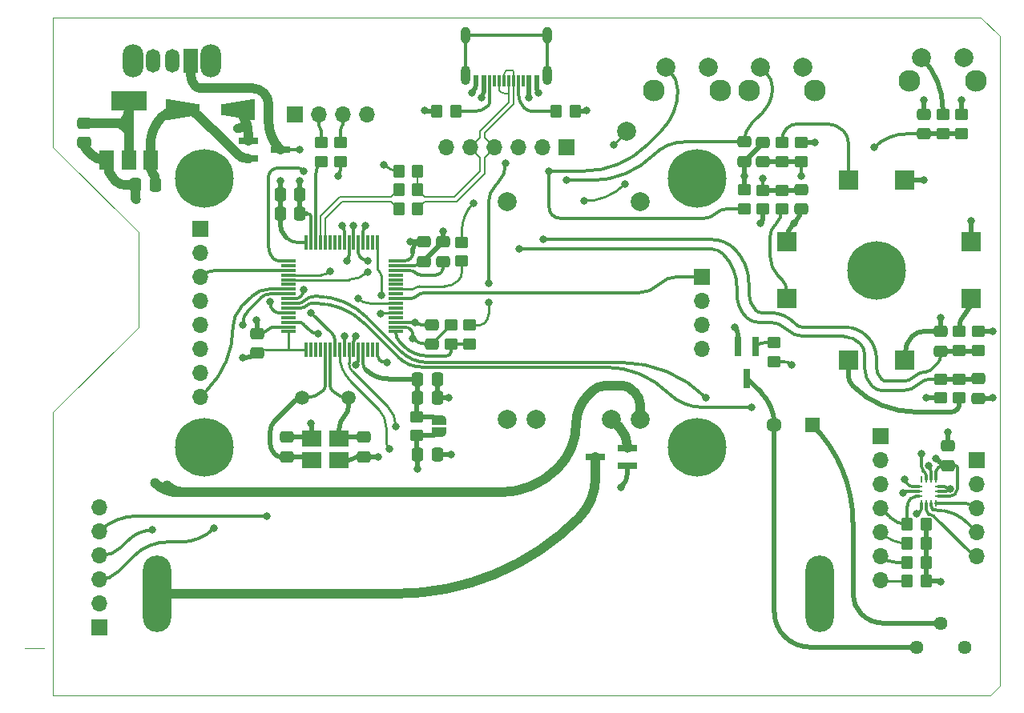
<source format=gbr>
%TF.GenerationSoftware,KiCad,Pcbnew,(7.0.0)*%
%TF.CreationDate,2023-04-30T17:40:28+02:00*%
%TF.ProjectId,STM32 Talnet console,53544d33-3220-4546-916c-6e657420636f,rev?*%
%TF.SameCoordinates,Original*%
%TF.FileFunction,Copper,L1,Top*%
%TF.FilePolarity,Positive*%
%FSLAX46Y46*%
G04 Gerber Fmt 4.6, Leading zero omitted, Abs format (unit mm)*
G04 Created by KiCad (PCBNEW (7.0.0)) date 2023-04-30 17:40:28*
%MOMM*%
%LPD*%
G01*
G04 APERTURE LIST*
G04 Aperture macros list*
%AMRoundRect*
0 Rectangle with rounded corners*
0 $1 Rounding radius*
0 $2 $3 $4 $5 $6 $7 $8 $9 X,Y pos of 4 corners*
0 Add a 4 corners polygon primitive as box body*
4,1,4,$2,$3,$4,$5,$6,$7,$8,$9,$2,$3,0*
0 Add four circle primitives for the rounded corners*
1,1,$1+$1,$2,$3*
1,1,$1+$1,$4,$5*
1,1,$1+$1,$6,$7*
1,1,$1+$1,$8,$9*
0 Add four rect primitives between the rounded corners*
20,1,$1+$1,$2,$3,$4,$5,0*
20,1,$1+$1,$4,$5,$6,$7,0*
20,1,$1+$1,$6,$7,$8,$9,0*
20,1,$1+$1,$8,$9,$2,$3,0*%
%AMOutline4P*
0 Free polygon, 4 corners , with rotation*
0 The origin of the aperture is its center*
0 number of corners: always 4*
0 $1 to $8 corner X, Y*
0 $9 Rotation angle, in degrees counterclockwise*
0 create outline with 4 corners*
4,1,4,$1,$2,$3,$4,$5,$6,$7,$8,$1,$2,$9*%
%AMFreePoly0*
4,1,19,0.500000,-0.750000,0.000000,-0.750000,0.000000,-0.744911,-0.071157,-0.744911,-0.207708,-0.704816,-0.327430,-0.627875,-0.420627,-0.520320,-0.479746,-0.390866,-0.500000,-0.250000,-0.500000,0.250000,-0.479746,0.390866,-0.420627,0.520320,-0.327430,0.627875,-0.207708,0.704816,-0.071157,0.744911,0.000000,0.744911,0.000000,0.750000,0.500000,0.750000,0.500000,-0.750000,0.500000,-0.750000,
$1*%
%AMFreePoly1*
4,1,19,0.000000,0.744911,0.071157,0.744911,0.207708,0.704816,0.327430,0.627875,0.420627,0.520320,0.479746,0.390866,0.500000,0.250000,0.500000,-0.250000,0.479746,-0.390866,0.420627,-0.520320,0.327430,-0.627875,0.207708,-0.704816,0.071157,-0.744911,0.000000,-0.744911,0.000000,-0.750000,-0.500000,-0.750000,-0.500000,0.750000,0.000000,0.750000,0.000000,0.744911,0.000000,0.744911,
$1*%
G04 Aperture macros list end*
%TA.AperFunction,SMDPad,CuDef*%
%ADD10RoundRect,0.250000X0.350000X0.450000X-0.350000X0.450000X-0.350000X-0.450000X0.350000X-0.450000X0*%
%TD*%
%TA.AperFunction,SMDPad,CuDef*%
%ADD11R,1.500000X2.000000*%
%TD*%
%TA.AperFunction,SMDPad,CuDef*%
%ADD12R,3.800000X2.000000*%
%TD*%
%TA.AperFunction,SMDPad,CuDef*%
%ADD13R,2.000000X2.000000*%
%TD*%
%TA.AperFunction,SMDPad,CuDef*%
%ADD14RoundRect,0.250000X0.475000X-0.337500X0.475000X0.337500X-0.475000X0.337500X-0.475000X-0.337500X0*%
%TD*%
%TA.AperFunction,SMDPad,CuDef*%
%ADD15RoundRect,0.250000X0.450000X-0.350000X0.450000X0.350000X-0.450000X0.350000X-0.450000X-0.350000X0*%
%TD*%
%TA.AperFunction,ComponentPad*%
%ADD16R,1.700000X1.700000*%
%TD*%
%TA.AperFunction,ComponentPad*%
%ADD17O,1.700000X1.700000*%
%TD*%
%TA.AperFunction,SMDPad,CuDef*%
%ADD18RoundRect,0.250000X-0.337500X-0.475000X0.337500X-0.475000X0.337500X0.475000X-0.337500X0.475000X0*%
%TD*%
%TA.AperFunction,SMDPad,CuDef*%
%ADD19RoundRect,0.250000X-0.475000X0.337500X-0.475000X-0.337500X0.475000X-0.337500X0.475000X0.337500X0*%
%TD*%
%TA.AperFunction,SMDPad,CuDef*%
%ADD20RoundRect,0.250000X-0.350000X-0.450000X0.350000X-0.450000X0.350000X0.450000X-0.350000X0.450000X0*%
%TD*%
%TA.AperFunction,SMDPad,CuDef*%
%ADD21R,0.700000X2.000000*%
%TD*%
%TA.AperFunction,ComponentPad*%
%ADD22C,2.300000*%
%TD*%
%TA.AperFunction,ComponentPad*%
%ADD23C,2.000000*%
%TD*%
%TA.AperFunction,SMDPad,CuDef*%
%ADD24RoundRect,0.250000X-0.450000X0.350000X-0.450000X-0.350000X0.450000X-0.350000X0.450000X0.350000X0*%
%TD*%
%TA.AperFunction,SMDPad,CuDef*%
%ADD25Outline4P,-1.800000X-1.150000X1.800000X-0.550000X1.800000X0.550000X-1.800000X1.150000X0.000000*%
%TD*%
%TA.AperFunction,SMDPad,CuDef*%
%ADD26Outline4P,-1.800000X-1.150000X1.800000X-0.550000X1.800000X0.550000X-1.800000X1.150000X180.000000*%
%TD*%
%TA.AperFunction,SMDPad,CuDef*%
%ADD27RoundRect,0.250000X0.337500X0.475000X-0.337500X0.475000X-0.337500X-0.475000X0.337500X-0.475000X0*%
%TD*%
%TA.AperFunction,SMDPad,CuDef*%
%ADD28FreePoly0,270.000000*%
%TD*%
%TA.AperFunction,SMDPad,CuDef*%
%ADD29FreePoly1,270.000000*%
%TD*%
%TA.AperFunction,SMDPad,CuDef*%
%ADD30R,0.600000X1.240000*%
%TD*%
%TA.AperFunction,SMDPad,CuDef*%
%ADD31R,0.300000X1.240000*%
%TD*%
%TA.AperFunction,ComponentPad*%
%ADD32O,1.000000X2.100000*%
%TD*%
%TA.AperFunction,ComponentPad*%
%ADD33O,1.000000X1.800000*%
%TD*%
%TA.AperFunction,ComponentPad*%
%ADD34C,6.200000*%
%TD*%
%TA.AperFunction,ComponentPad*%
%ADD35C,1.440000*%
%TD*%
%TA.AperFunction,ComponentPad*%
%ADD36O,2.200000X3.500000*%
%TD*%
%TA.AperFunction,ComponentPad*%
%ADD37R,1.500000X2.500000*%
%TD*%
%TA.AperFunction,ComponentPad*%
%ADD38O,1.500000X2.500000*%
%TD*%
%TA.AperFunction,SMDPad,CuDef*%
%ADD39C,2.000000*%
%TD*%
%TA.AperFunction,ComponentPad*%
%ADD40O,3.000000X8.100000*%
%TD*%
%TA.AperFunction,SMDPad,CuDef*%
%ADD41R,0.250000X0.675000*%
%TD*%
%TA.AperFunction,SMDPad,CuDef*%
%ADD42R,0.675000X0.250000*%
%TD*%
%TA.AperFunction,SMDPad,CuDef*%
%ADD43R,2.000000X0.700000*%
%TD*%
%TA.AperFunction,SMDPad,CuDef*%
%ADD44R,2.100000X1.800000*%
%TD*%
%TA.AperFunction,ComponentPad*%
%ADD45R,1.600000X1.600000*%
%TD*%
%TA.AperFunction,ComponentPad*%
%ADD46C,1.600000*%
%TD*%
%TA.AperFunction,SMDPad,CuDef*%
%ADD47RoundRect,0.075000X0.075000X-0.700000X0.075000X0.700000X-0.075000X0.700000X-0.075000X-0.700000X0*%
%TD*%
%TA.AperFunction,SMDPad,CuDef*%
%ADD48RoundRect,0.075000X0.700000X-0.075000X0.700000X0.075000X-0.700000X0.075000X-0.700000X-0.075000X0*%
%TD*%
%TA.AperFunction,ComponentPad*%
%ADD49C,1.500000*%
%TD*%
%TA.AperFunction,ViaPad*%
%ADD50C,0.800000*%
%TD*%
%TA.AperFunction,Conductor*%
%ADD51C,0.500000*%
%TD*%
%TA.AperFunction,Conductor*%
%ADD52C,0.250000*%
%TD*%
%TA.AperFunction,Conductor*%
%ADD53C,0.300000*%
%TD*%
%TA.AperFunction,Conductor*%
%ADD54C,1.000000*%
%TD*%
%TA.AperFunction,Conductor*%
%ADD55C,0.200000*%
%TD*%
%TA.AperFunction,Profile*%
%ADD56C,0.100000*%
%TD*%
G04 APERTURE END LIST*
D10*
%TO.P,R26,1*%
%TO.N,+3.3V*%
X157457100Y-85905000D03*
%TO.P,R26,2*%
%TO.N,/Gyro/CS*%
X155457100Y-85905000D03*
%TD*%
D11*
%TO.P,U3,1,GND*%
%TO.N,GND*%
X70871099Y-43345999D03*
%TO.P,U3,2,VO*%
%TO.N,+3.3V*%
X73171099Y-43345999D03*
D12*
X73171099Y-37045999D03*
D11*
%TO.P,U3,3,VI*%
%TO.N,Net-(D1-K)*%
X75471099Y-43345999D03*
%TD*%
D13*
%TO.P,SW5,1,1*%
%TO.N,Net-(R10-Pad2)*%
X142707099Y-57999999D03*
%TO.P,SW5,2,2*%
%TO.N,GND*%
X142707099Y-51999999D03*
%TD*%
D14*
%TO.P,C22,1*%
%TO.N,+3.3V*%
X159707100Y-75655000D03*
%TO.P,C22,2*%
%TO.N,GND*%
X159707100Y-73580000D03*
%TD*%
D10*
%TO.P,R28,1*%
%TO.N,+3.3V*%
X157457100Y-83905000D03*
%TO.P,R28,2*%
%TO.N,N/C*%
X155457100Y-83905000D03*
%TD*%
D14*
%TO.P,C17,1*%
%TO.N,N/C*%
X157207100Y-40575000D03*
%TO.P,C17,2*%
%TO.N,GND*%
X157207100Y-38500000D03*
%TD*%
D15*
%TO.P,R3,1*%
%TO.N,Net-(U1-PB9)*%
X141407100Y-64650000D03*
%TO.P,R3,2*%
%TO.N,Net-(Q1-G)*%
X141407100Y-62650000D03*
%TD*%
D10*
%TO.P,R19,1*%
%TO.N,Net-(J6-CC2)*%
X107747100Y-38214000D03*
%TO.P,R19,2*%
%TO.N,GND*%
X105747100Y-38214000D03*
%TD*%
D16*
%TO.P,J2,1,Pin_1*%
%TO.N,+3.3V*%
X80732099Y-50624999D03*
D17*
%TO.P,J2,2,Pin_2*%
%TO.N,GND*%
X80732099Y-53164999D03*
%TO.P,J2,3,Pin_3*%
%TO.N,LCD_CS*%
X80732099Y-55704999D03*
%TO.P,J2,4,Pin_4*%
%TO.N,LCD_RES*%
X80732099Y-58244999D03*
%TO.P,J2,5,Pin_5*%
%TO.N,LCD_DC*%
X80732099Y-60784999D03*
%TO.P,J2,6,Pin_6*%
%TO.N,LCD_MOSI*%
X80732099Y-63324999D03*
%TO.P,J2,7,Pin_7*%
%TO.N,LCD_SCK*%
X80732099Y-65864999D03*
%TO.P,J2,8,Pin_8*%
%TO.N,LCD_BLK*%
X80732099Y-68404999D03*
%TD*%
D18*
%TO.P,C7,1*%
%TO.N,+3.3V*%
X89174037Y-48993286D03*
%TO.P,C7,2*%
%TO.N,GND*%
X91249037Y-48993286D03*
%TD*%
D19*
%TO.P,C15,1*%
%TO.N,N/C*%
X144207100Y-46462500D03*
%TO.P,C15,2*%
%TO.N,GND*%
X144207100Y-48537500D03*
%TD*%
D16*
%TO.P,J10,1,Pin_1*%
%TO.N,/Gyro/OCS*%
X162787099Y-75079999D03*
D17*
%TO.P,J10,2,Pin_2*%
%TO.N,/Gyro/INT2*%
X162787099Y-77619999D03*
%TO.P,J10,3,Pin_3*%
%TO.N,N/C*%
X162787099Y-80159999D03*
%TO.P,J10,4,Pin_4*%
%TO.N,/Gyro/SCX*%
X162787099Y-82699999D03*
%TO.P,J10,5,Pin_5*%
%TO.N,/Gyro/SDX*%
X162787099Y-85239999D03*
%TD*%
D14*
%TO.P,C8,1*%
%TO.N,Net-(U1-VCAP_1)*%
X106379564Y-54089034D03*
%TO.P,C8,2*%
%TO.N,GND*%
X106379564Y-52014034D03*
%TD*%
%TO.P,C13,1*%
%TO.N,N/C*%
X140207100Y-43537500D03*
%TO.P,C13,2*%
%TO.N,GND*%
X140207100Y-41462500D03*
%TD*%
D20*
%TO.P,R24,1*%
%TO.N,/USB_D-*%
X101707100Y-48500000D03*
%TO.P,R24,2*%
%TO.N,/Power/_USB_D-*%
X103707100Y-48500000D03*
%TD*%
D21*
%TO.P,Q1,1,G*%
%TO.N,Net-(Q1-G)*%
X139457099Y-63049999D03*
%TO.P,Q1,2,S*%
%TO.N,GND*%
X137557099Y-63049999D03*
%TO.P,Q1,3,D*%
%TO.N,Net-(BZ1-+)*%
X138507099Y-66449999D03*
%TD*%
D19*
%TO.P,C21,1*%
%TO.N,+3.3V*%
X68457100Y-39412500D03*
%TO.P,C21,2*%
%TO.N,GND*%
X68457100Y-41487500D03*
%TD*%
D22*
%TO.P,SW1,*%
%TO.N,*%
X138707100Y-36000000D03*
X145707100Y-36000000D03*
D23*
%TO.P,SW1,1,1*%
%TO.N,NRST*%
X139957100Y-33500000D03*
%TO.P,SW1,2,2*%
%TO.N,GND*%
X144457100Y-33500000D03*
%TD*%
D24*
%TO.P,R1,1*%
%TO.N,Net-(J1-Pin_2)*%
X93491100Y-41498000D03*
%TO.P,R1,2*%
%TO.N,/SWDIO*%
X93491100Y-43498000D03*
%TD*%
D25*
%TO.P,D1,1,K*%
%TO.N,Net-(D1-K)*%
X78907100Y-38000000D03*
D26*
%TO.P,D1,2,A*%
%TO.N,VBUS*%
X84707100Y-38000000D03*
%TD*%
D27*
%TO.P,C20,1*%
%TO.N,Net-(D1-K)*%
X75994600Y-46000000D03*
%TO.P,C20,2*%
%TO.N,GND*%
X73919600Y-46000000D03*
%TD*%
D19*
%TO.P,C16,1*%
%TO.N,N/C*%
X162957100Y-66462500D03*
%TO.P,C16,2*%
%TO.N,GND*%
X162957100Y-68537500D03*
%TD*%
D16*
%TO.P,J9,1,Pin_1*%
%TO.N,unconnected-(J9-Pin_1-Pad1)*%
X152627099Y-72529999D03*
D17*
%TO.P,J9,2,Pin_2*%
%TO.N,+3.3V*%
X152627099Y-75069999D03*
%TO.P,J9,3,Pin_3*%
%TO.N,GND*%
X152627099Y-77609999D03*
%TO.P,J9,4,Pin_4*%
%TO.N,N/C*%
X152627099Y-80149999D03*
%TO.P,J9,5,Pin_5*%
X152627099Y-82689999D03*
%TO.P,J9,6,Pin_6*%
%TO.N,/Gyro/CS*%
X152627099Y-85229999D03*
%TO.P,J9,7,Pin_7*%
%TO.N,/Gyro/SA0*%
X152627099Y-87769999D03*
%TD*%
D16*
%TO.P,J3,1,Pin_1*%
%TO.N,/SD_CS*%
X133732099Y-55699999D03*
D17*
%TO.P,J3,2,Pin_2*%
%TO.N,/SD_MOSI*%
X133732099Y-58239999D03*
%TO.P,J3,3,Pin_3*%
%TO.N,/SD_MISO*%
X133732099Y-60779999D03*
%TO.P,J3,4,Pin_4*%
%TO.N,/SD_SCK*%
X133732099Y-63319999D03*
%TD*%
D10*
%TO.P,R29,1*%
%TO.N,+3.3V*%
X157457100Y-87905000D03*
%TO.P,R29,2*%
%TO.N,/Gyro/SA0*%
X155457100Y-87905000D03*
%TD*%
%TO.P,R27,1*%
%TO.N,+3.3V*%
X157457100Y-81905000D03*
%TO.P,R27,2*%
%TO.N,N/C*%
X155457100Y-81905000D03*
%TD*%
D24*
%TO.P,FB1,1*%
%TO.N,+3.3VA*%
X103607100Y-70500000D03*
%TO.P,FB1,2*%
%TO.N,+3.3V*%
X103607100Y-72500000D03*
%TD*%
D28*
%TO.P,JP1,1,A*%
%TO.N,+3.3VA*%
X106007100Y-70850000D03*
D29*
%TO.P,JP1,2,B*%
%TO.N,+3.3V*%
X106007100Y-72150000D03*
%TD*%
D20*
%TO.P,R23,1*%
%TO.N,+3.3V*%
X101707100Y-44500000D03*
%TO.P,R23,2*%
%TO.N,/Power/_USB_D+*%
X103707100Y-44500000D03*
%TD*%
D30*
%TO.P,J6,A1,GND*%
%TO.N,GND*%
X116297099Y-34963999D03*
%TO.P,J6,A4,VBUS*%
%TO.N,VBUS*%
X115497099Y-34963999D03*
D31*
%TO.P,J6,A5,CC1*%
%TO.N,Net-(J6-CC1)*%
X114347099Y-34963999D03*
%TO.P,J6,A6,D+*%
%TO.N,/Power/_USB_D+*%
X113347099Y-34963999D03*
%TO.P,J6,A7,D-*%
%TO.N,/Power/_USB_D-*%
X112847099Y-34963999D03*
%TO.P,J6,A8,SBU1*%
%TO.N,unconnected-(J6-SBU1-PadA8)*%
X111847099Y-34963999D03*
D30*
%TO.P,J6,A9,VBUS*%
%TO.N,VBUS*%
X110697099Y-34963999D03*
%TO.P,J6,A12,GND*%
%TO.N,GND*%
X109897099Y-34963999D03*
%TO.P,J6,B1,GND*%
X109897099Y-34963999D03*
%TO.P,J6,B4,VBUS*%
%TO.N,VBUS*%
X110697099Y-34963999D03*
D31*
%TO.P,J6,B5,CC2*%
%TO.N,Net-(J6-CC2)*%
X111347099Y-34963999D03*
%TO.P,J6,B6,D+*%
%TO.N,/Power/_USB_D+*%
X112347099Y-34963999D03*
%TO.P,J6,B7,D-*%
%TO.N,/Power/_USB_D-*%
X113847099Y-34963999D03*
%TO.P,J6,B8,SBU2*%
%TO.N,unconnected-(J6-SBU2-PadB8)*%
X114847099Y-34963999D03*
D30*
%TO.P,J6,B9,VBUS*%
%TO.N,VBUS*%
X115497099Y-34963999D03*
%TO.P,J6,B12,GND*%
%TO.N,GND*%
X116297099Y-34963999D03*
D32*
%TO.P,J6,S1,SHIELD*%
%TO.N,unconnected-(J6-SHIELD-PadS1)*%
X117417099Y-34363999D03*
D33*
X117417099Y-30163999D03*
D32*
X108777099Y-34363999D03*
D33*
X108777099Y-30163999D03*
%TD*%
D19*
%TO.P,C6,1*%
%TO.N,+3.3V*%
X105207100Y-60750000D03*
%TO.P,C6,2*%
%TO.N,GND*%
X105207100Y-62825000D03*
%TD*%
D24*
%TO.P,R21,1*%
%TO.N,Net-(Q3-D)*%
X109207100Y-60825000D03*
%TO.P,R21,2*%
%TO.N,/VBAT_ADC*%
X109207100Y-62825000D03*
%TD*%
D34*
%TO.P,H1,*%
%TO.N,*%
X81207100Y-45250000D03*
%TD*%
D16*
%TO.P,J4,1,Pin_1*%
%TO.N,GND*%
X70047099Y-92824999D03*
D17*
%TO.P,J4,2,Pin_2*%
%TO.N,N/C*%
X70047099Y-90284999D03*
%TO.P,J4,3,Pin_3*%
X70047099Y-87744999D03*
%TO.P,J4,4,Pin_4*%
X70047099Y-85204999D03*
%TO.P,J4,5,Pin_5*%
X70047099Y-82664999D03*
%TO.P,J4,6,Pin_6*%
%TO.N,+3.3V*%
X70047099Y-80124999D03*
%TD*%
D16*
%TO.P,J1,1,Pin_1*%
%TO.N,+3.3V*%
X90707099Y-38474999D03*
D17*
%TO.P,J1,2,Pin_2*%
%TO.N,Net-(J1-Pin_2)*%
X93247099Y-38474999D03*
%TO.P,J1,3,Pin_3*%
%TO.N,Net-(J1-Pin_3)*%
X95787099Y-38474999D03*
%TO.P,J1,4,Pin_4*%
%TO.N,GND*%
X98327099Y-38474999D03*
%TD*%
D13*
%TO.P,SW2,1,1*%
%TO.N,Net-(R6-Pad2)*%
X149207099Y-45499999D03*
%TO.P,SW2,2,2*%
%TO.N,GND*%
X155207099Y-45499999D03*
%TD*%
D15*
%TO.P,R22,1*%
%TO.N,/VBAT_ADC*%
X107207100Y-62825000D03*
%TO.P,R22,2*%
%TO.N,GND*%
X107207100Y-60825000D03*
%TD*%
D35*
%TO.P,RV1,1,1*%
%TO.N,+3.3V*%
X161507100Y-94885000D03*
%TO.P,RV1,2,2*%
%TO.N,Net-(BZ1--)*%
X158967100Y-92345000D03*
%TO.P,RV1,3,3*%
%TO.N,Net-(BZ1-+)*%
X156427100Y-94885000D03*
%TD*%
D36*
%TO.P,SW9,*%
%TO.N,*%
X81843099Y-32829999D03*
X73643099Y-32829999D03*
D37*
%TO.P,SW9,1,A*%
%TO.N,Net-(Q3-D)*%
X79743099Y-32829999D03*
D38*
%TO.P,SW9,2,B*%
%TO.N,Net-(SW9-B)*%
X77743099Y-32829999D03*
%TO.P,SW9,3,C*%
%TO.N,unconnected-(SW9-C-Pad3)*%
X75743099Y-32829999D03*
%TD*%
D15*
%TO.P,R13,1*%
%TO.N,N/C*%
X161207100Y-40537500D03*
%TO.P,R13,2*%
%TO.N,+3.3V*%
X161207100Y-38537500D03*
%TD*%
D20*
%TO.P,R20,1*%
%TO.N,Net-(J6-CC1)*%
X118372100Y-38214000D03*
%TO.P,R20,2*%
%TO.N,GND*%
X120372100Y-38214000D03*
%TD*%
D39*
%TO.P,TP1,1,1*%
%TO.N,Net-(R30-Pad2)*%
X125807100Y-40300000D03*
%TD*%
D34*
%TO.P,H3,*%
%TO.N,*%
X133207100Y-73750000D03*
%TD*%
D18*
%TO.P,C11,1*%
%TO.N,+3.3VA*%
X103707100Y-66500000D03*
%TO.P,C11,2*%
%TO.N,GND*%
X105782100Y-66500000D03*
%TD*%
D16*
%TO.P,J8,1,Pin_1*%
%TO.N,VBUS*%
X119447099Y-42013999D03*
D17*
%TO.P,J8,2,Pin_2*%
%TO.N,GND*%
X116907099Y-42013999D03*
%TO.P,J8,3,Pin_3*%
%TO.N,unconnected-(J8-Pin_3-Pad3)*%
X114367099Y-42013999D03*
%TO.P,J8,4,Pin_4*%
%TO.N,/Power/_USB_D-*%
X111827099Y-42013999D03*
%TO.P,J8,5,Pin_5*%
%TO.N,/Power/_USB_D+*%
X109287099Y-42013999D03*
%TO.P,J8,6,Pin_6*%
%TO.N,unconnected-(J8-Pin_6-Pad6)*%
X106747099Y-42013999D03*
%TD*%
D13*
%TO.P,SW3,1,1*%
%TO.N,Net-(R7-Pad2)*%
X162207099Y-57999999D03*
%TO.P,SW3,2,2*%
%TO.N,GND*%
X162207099Y-51999999D03*
%TD*%
D40*
%TO.P,J7,1,Pin_1*%
%TO.N,Net-(J7-Pin_1)*%
X76207099Y-89224999D03*
%TO.P,J7,2,Pin_2*%
%TO.N,Net-(J7-Pin_2)*%
X146207099Y-89224999D03*
%TD*%
D34*
%TO.P,H2,*%
%TO.N,*%
X133207100Y-45250000D03*
%TD*%
D41*
%TO.P,U4,1,SDO*%
%TO.N,/Gyro/CS*%
X156957099Y-79679999D03*
%TO.P,U4,2,ASDx*%
%TO.N,/Gyro/SDX*%
X157457099Y-79679999D03*
%TO.P,U4,3,ASCx*%
%TO.N,/Gyro/SCX*%
X157957099Y-79679999D03*
%TO.P,U4,4,INT1*%
%TO.N,N/C*%
X158457099Y-79679999D03*
D42*
%TO.P,U4,5,VDDIO*%
%TO.N,+3.3V*%
X158719599Y-78917499D03*
%TO.P,U4,6,GNDIO*%
%TO.N,GND*%
X158719599Y-78417499D03*
%TO.P,U4,7,GND*%
X158719599Y-77917499D03*
D41*
%TO.P,U4,8,VDD*%
%TO.N,+3.3V*%
X158457099Y-77154999D03*
%TO.P,U4,9,INT2*%
%TO.N,/Gyro/INT2*%
X157957099Y-77154999D03*
%TO.P,U4,10,OCSB*%
%TO.N,/Gyro/OCS*%
X157457099Y-77154999D03*
%TO.P,U4,11,OSDO*%
%TO.N,unconnected-(U4-OSDO-Pad11)*%
X156957099Y-77154999D03*
D42*
%TO.P,U4,12,CSB*%
%TO.N,/Gyro/SA0*%
X156694599Y-77917499D03*
%TO.P,U4,13,SCx*%
%TO.N,N/C*%
X156694599Y-78417499D03*
%TO.P,U4,14,SDx*%
X156694599Y-78917499D03*
%TD*%
D18*
%TO.P,C1,1*%
%TO.N,+3.3V*%
X89174037Y-46993286D03*
%TO.P,C1,2*%
%TO.N,GND*%
X91249037Y-46993286D03*
%TD*%
D10*
%TO.P,R25,1*%
%TO.N,/Power/_USB_D+*%
X103707100Y-46500000D03*
%TO.P,R25,2*%
%TO.N,/USB_D+*%
X101707100Y-46500000D03*
%TD*%
D22*
%TO.P,SW4,*%
%TO.N,*%
X128707100Y-36000000D03*
X135707100Y-36000000D03*
D23*
%TO.P,SW4,1,1*%
%TO.N,BOOT0*%
X129957100Y-33500000D03*
%TO.P,SW4,2,2*%
%TO.N,+3.3V*%
X134457100Y-33500000D03*
%TD*%
D24*
%TO.P,R9,1*%
%TO.N,BTN_DOWN*%
X158957100Y-66500000D03*
%TO.P,R9,2*%
%TO.N,+3.3V*%
X158957100Y-68500000D03*
%TD*%
D15*
%TO.P,R2,1*%
%TO.N,/SWCLK*%
X95523100Y-43498000D03*
%TO.P,R2,2*%
%TO.N,Net-(J1-Pin_3)*%
X95523100Y-41498000D03*
%TD*%
D24*
%TO.P,R8,1*%
%TO.N,BTN_LEFT*%
X140207100Y-46537500D03*
%TO.P,R8,2*%
%TO.N,+3.3V*%
X140207100Y-48537500D03*
%TD*%
D43*
%TO.P,Q2,1,G*%
%TO.N,Net-(J7-Pin_2)*%
X125907099Y-75699999D03*
%TO.P,Q2,2,S*%
%TO.N,Net-(Q2-S)*%
X125907099Y-73799999D03*
%TO.P,Q2,3,D*%
%TO.N,Net-(J7-Pin_1)*%
X122507099Y-74749999D03*
%TD*%
D18*
%TO.P,C9,1*%
%TO.N,+3.3V*%
X103707100Y-74500000D03*
%TO.P,C9,2*%
%TO.N,GND*%
X105782100Y-74500000D03*
%TD*%
D15*
%TO.P,R14,1*%
%TO.N,N/C*%
X159207100Y-40537500D03*
%TO.P,R14,2*%
%TO.N,Net-(R14-Pad2)*%
X159207100Y-38537500D03*
%TD*%
%TO.P,R6,1*%
%TO.N,N/C*%
X142207100Y-43500000D03*
%TO.P,R6,2*%
%TO.N,Net-(R6-Pad2)*%
X142207100Y-41500000D03*
%TD*%
%TO.P,R7,1*%
%TO.N,N/C*%
X160957100Y-63500000D03*
%TO.P,R7,2*%
%TO.N,Net-(R7-Pad2)*%
X160957100Y-61500000D03*
%TD*%
D19*
%TO.P,C3,1*%
%TO.N,GND*%
X89893100Y-72676500D03*
%TO.P,C3,2*%
%TO.N,/OSC_IN*%
X89893100Y-74751500D03*
%TD*%
D15*
%TO.P,R12,1*%
%TO.N,BOOT0*%
X138207100Y-48500000D03*
%TO.P,R12,2*%
%TO.N,GND*%
X138207100Y-46500000D03*
%TD*%
%TO.P,R30,1*%
%TO.N,Net-(U1-PB0)*%
X108384688Y-54046861D03*
%TO.P,R30,2*%
%TO.N,Net-(R30-Pad2)*%
X108384688Y-52046861D03*
%TD*%
D19*
%TO.P,C12,1*%
%TO.N,NRST*%
X138207100Y-41425000D03*
%TO.P,C12,2*%
%TO.N,GND*%
X138207100Y-43500000D03*
%TD*%
D22*
%TO.P,SW7,*%
%TO.N,*%
X155707100Y-35000000D03*
X162707100Y-35000000D03*
D23*
%TO.P,SW7,1,1*%
%TO.N,Net-(R14-Pad2)*%
X156957100Y-32500000D03*
%TO.P,SW7,2,2*%
%TO.N,GND*%
X161457100Y-32500000D03*
%TD*%
D44*
%TO.P,Y1,1,1*%
%TO.N,/OSC_IN*%
X92507099Y-75117999D03*
%TO.P,Y1,2,2*%
%TO.N,GND*%
X95407099Y-75117999D03*
%TO.P,Y1,3,3*%
%TO.N,/OSC_OUT*%
X95407099Y-72817999D03*
%TO.P,Y1,4,4*%
%TO.N,GND*%
X92507099Y-72817999D03*
%TD*%
D14*
%TO.P,C4,1*%
%TO.N,GND*%
X98021099Y-74751500D03*
%TO.P,C4,2*%
%TO.N,/OSC_OUT*%
X98021099Y-72676500D03*
%TD*%
D43*
%TO.P,Q3,1,G*%
%TO.N,VBUS*%
X85807099Y-41299999D03*
%TO.P,Q3,2,S*%
%TO.N,Net-(D1-K)*%
X85807099Y-43199999D03*
%TO.P,Q3,3,D*%
%TO.N,Net-(Q3-D)*%
X89207099Y-42249999D03*
%TD*%
D24*
%TO.P,R10,1*%
%TO.N,N/C*%
X142207100Y-46537500D03*
%TO.P,R10,2*%
%TO.N,Net-(R10-Pad2)*%
X142207100Y-48537500D03*
%TD*%
D45*
%TO.P,BZ1,1,-*%
%TO.N,Net-(BZ1--)*%
X145407099Y-71349999D03*
D46*
%TO.P,BZ1,2,+*%
%TO.N,Net-(BZ1-+)*%
X141407100Y-71350000D03*
%TD*%
D15*
%TO.P,R4,1*%
%TO.N,BTN_UP*%
X144207101Y-43500000D03*
%TO.P,R4,2*%
%TO.N,+3.3V*%
X144207101Y-41500000D03*
%TD*%
D14*
%TO.P,C14,1*%
%TO.N,N/C*%
X158957100Y-63537500D03*
%TO.P,C14,2*%
%TO.N,GND*%
X158957100Y-61462500D03*
%TD*%
%TO.P,C5,1*%
%TO.N,+3.3V*%
X86768443Y-63754825D03*
%TO.P,C5,2*%
%TO.N,GND*%
X86768443Y-61679825D03*
%TD*%
D15*
%TO.P,R5,1*%
%TO.N,BTN_RIGHT*%
X162957100Y-63500000D03*
%TO.P,R5,2*%
%TO.N,+3.3V*%
X162957100Y-61500000D03*
%TD*%
D18*
%TO.P,C10,1*%
%TO.N,+3.3VA*%
X103707100Y-68500000D03*
%TO.P,C10,2*%
%TO.N,GND*%
X105782100Y-68500000D03*
%TD*%
D13*
%TO.P,SW6,1,1*%
%TO.N,Net-(R11-Pad2)*%
X149207099Y-64499999D03*
%TO.P,SW6,2,2*%
%TO.N,GND*%
X155207099Y-64499999D03*
%TD*%
D47*
%TO.P,U1,1,VBAT*%
%TO.N,+3.3V*%
X91957100Y-63425000D03*
%TO.P,U1,2,PC13*%
%TO.N,unconnected-(U1-PC13-Pad2)*%
X92457100Y-63425000D03*
%TO.P,U1,3,PC14*%
%TO.N,unconnected-(U1-PC14-Pad3)*%
X92957100Y-63425000D03*
%TO.P,U1,4,PC15*%
%TO.N,unconnected-(U1-PC15-Pad4)*%
X93457100Y-63425000D03*
%TO.P,U1,5,PH0*%
%TO.N,/OSC_IN*%
X93957100Y-63425000D03*
%TO.P,U1,6,PH1*%
%TO.N,/OSC_OUT*%
X94457100Y-63425000D03*
%TO.P,U1,7,NRST*%
%TO.N,NRST*%
X94957100Y-63425000D03*
%TO.P,U1,8,PC0*%
%TO.N,N/C*%
X95457100Y-63425000D03*
%TO.P,U1,9,PC1*%
X95957100Y-63425000D03*
%TO.P,U1,10,PC2*%
X96457100Y-63425000D03*
%TO.P,U1,11,PC3*%
X96957100Y-63425000D03*
%TO.P,U1,12,VSSA*%
%TO.N,GND*%
X97457100Y-63425000D03*
%TO.P,U1,13,VDDA*%
%TO.N,+3.3VA*%
X97957100Y-63425000D03*
%TO.P,U1,14,PA0*%
%TO.N,unconnected-(U1-PA0-Pad14)*%
X98457100Y-63425000D03*
%TO.P,U1,15,PA1*%
%TO.N,unconnected-(U1-PA1-Pad15)*%
X98957100Y-63425000D03*
%TO.P,U1,16,PA2*%
%TO.N,g_INT*%
X99457100Y-63425000D03*
D48*
%TO.P,U1,17,PA3*%
%TO.N,/VBAT_ADC*%
X101382100Y-61500000D03*
%TO.P,U1,18,VSS*%
%TO.N,GND*%
X101382100Y-61000000D03*
%TO.P,U1,19,VDD*%
%TO.N,+3.3V*%
X101382100Y-60500000D03*
%TO.P,U1,20,PA4*%
%TO.N,unconnected-(U1-PA4-Pad20)*%
X101382100Y-60000000D03*
%TO.P,U1,21,PA5*%
%TO.N,LCD_SCK*%
X101382100Y-59500000D03*
%TO.P,U1,22,PA6*%
%TO.N,N/C*%
X101382100Y-59000000D03*
%TO.P,U1,23,PA7*%
%TO.N,LCD_MOSI*%
X101382100Y-58500000D03*
%TO.P,U1,24,PC4*%
%TO.N,/SD_CS*%
X101382100Y-58000000D03*
%TO.P,U1,25,PC5*%
%TO.N,unconnected-(U1-PC5-Pad25)*%
X101382100Y-57500000D03*
%TO.P,U1,26,PB0*%
%TO.N,Net-(U1-PB0)*%
X101382100Y-57000000D03*
%TO.P,U1,27,PB1*%
%TO.N,unconnected-(U1-PB1-Pad27)*%
X101382100Y-56500000D03*
%TO.P,U1,28,PB2*%
%TO.N,unconnected-(U1-PB2-Pad28)*%
X101382100Y-56000000D03*
%TO.P,U1,29,PB10*%
%TO.N,unconnected-(U1-PB10-Pad29)*%
X101382100Y-55500000D03*
%TO.P,U1,30,VCAP_1*%
%TO.N,Net-(U1-VCAP_1)*%
X101382100Y-55000000D03*
%TO.P,U1,31,VSS*%
%TO.N,GND*%
X101382100Y-54500000D03*
%TO.P,U1,32,VDD*%
%TO.N,+3.3V*%
X101382100Y-54000000D03*
D47*
%TO.P,U1,33,PB12*%
%TO.N,/SD_SCK*%
X99457100Y-52075000D03*
%TO.P,U1,34,PB13*%
%TO.N,unconnected-(U1-PB13-Pad34)*%
X98957100Y-52075000D03*
%TO.P,U1,35,PB14*%
%TO.N,unconnected-(U1-PB14-Pad35)*%
X98457100Y-52075000D03*
%TO.P,U1,36,PB15*%
%TO.N,N/C*%
X97957100Y-52075000D03*
%TO.P,U1,37,PC6*%
%TO.N,BTN_DOWN*%
X97457100Y-52075000D03*
%TO.P,U1,38,PC7*%
%TO.N,BTN_UP*%
X96957100Y-52075000D03*
%TO.P,U1,39,PC8*%
%TO.N,BTN_RIGHT*%
X96457100Y-52075000D03*
%TO.P,U1,40,PC9*%
%TO.N,BTN_LEFT*%
X95957100Y-52075000D03*
%TO.P,U1,41,PA8*%
%TO.N,unconnected-(U1-PA8-Pad41)*%
X95457100Y-52075000D03*
%TO.P,U1,42,PA9*%
%TO.N,unconnected-(U1-PA9-Pad42)*%
X94957100Y-52075000D03*
%TO.P,U1,43,PA10*%
%TO.N,unconnected-(U1-PA10-Pad43)*%
X94457100Y-52075000D03*
%TO.P,U1,44,PA11*%
%TO.N,/USB_D-*%
X93957100Y-52075000D03*
%TO.P,U1,45,PA12*%
%TO.N,/USB_D+*%
X93457100Y-52075000D03*
%TO.P,U1,46,PA13*%
%TO.N,/SWDIO*%
X92957100Y-52075000D03*
%TO.P,U1,47,VSS*%
%TO.N,GND*%
X92457100Y-52075000D03*
%TO.P,U1,48,VDD*%
%TO.N,+3.3V*%
X91957100Y-52075000D03*
D48*
%TO.P,U1,49,PA14*%
%TO.N,/SWCLK*%
X90032100Y-54000000D03*
%TO.P,U1,50,PA15*%
%TO.N,unconnected-(U1-PA15-Pad50)*%
X90032100Y-54500000D03*
%TO.P,U1,51,PC10*%
%TO.N,LCD_CS*%
X90032100Y-55000000D03*
%TO.P,U1,52,PC11*%
%TO.N,/SD_MISO*%
X90032100Y-55500000D03*
%TO.P,U1,53,PC12*%
%TO.N,/SD_MOSI*%
X90032100Y-56000000D03*
%TO.P,U1,54,PD2*%
%TO.N,unconnected-(U1-PD2-Pad54)*%
X90032100Y-56500000D03*
%TO.P,U1,55,PB3*%
%TO.N,LCD_BLK*%
X90032100Y-57000000D03*
%TO.P,U1,56,PB4*%
%TO.N,LCD_DC*%
X90032100Y-57500000D03*
%TO.P,U1,57,PB5*%
%TO.N,LCD_RES*%
X90032100Y-58000000D03*
%TO.P,U1,58,PB6*%
%TO.N,g_SCL*%
X90032100Y-58500000D03*
%TO.P,U1,59,PB7*%
%TO.N,g_SDA*%
X90032100Y-59000000D03*
%TO.P,U1,60,BOOT0*%
%TO.N,BOOT0*%
X90032100Y-59500000D03*
%TO.P,U1,61,PB8*%
%TO.N,unconnected-(U1-PB8-Pad61)*%
X90032100Y-60000000D03*
%TO.P,U1,62,PB9*%
%TO.N,Net-(U1-PB9)*%
X90032100Y-60500000D03*
%TO.P,U1,63,VSS*%
%TO.N,GND*%
X90032100Y-61000000D03*
%TO.P,U1,64,VDD*%
%TO.N,+3.3V*%
X90032100Y-61500000D03*
%TD*%
D34*
%TO.P,H4,*%
%TO.N,*%
X81207100Y-73750000D03*
%TD*%
%TO.P,H5,*%
%TO.N,*%
X152207100Y-55000000D03*
%TD*%
D23*
%TO.P,U2,1,In+*%
%TO.N,VBUS*%
X127207100Y-47750000D03*
%TO.P,U2,2,In-*%
%TO.N,GND*%
X113207100Y-47750000D03*
%TO.P,U2,3,OUT+*%
%TO.N,Net-(SW9-B)*%
X127207100Y-70750000D03*
%TO.P,U2,4,Bat+*%
%TO.N,Net-(Q2-S)*%
X124207100Y-70750000D03*
%TO.P,U2,5,Bat-*%
%TO.N,Net-(J7-Pin_2)*%
X116207100Y-70750000D03*
%TO.P,U2,6,OUT-*%
%TO.N,GND*%
X113207100Y-70750000D03*
%TD*%
D19*
%TO.P,C2,1*%
%TO.N,+3.3V*%
X104379564Y-52014034D03*
%TO.P,C2,2*%
%TO.N,GND*%
X104379564Y-54089034D03*
%TD*%
D49*
%TO.P,Y2,1,1*%
%TO.N,/OSC_IN*%
X91507100Y-68500000D03*
%TO.P,Y2,2,2*%
%TO.N,/OSC_OUT*%
X96387100Y-68500000D03*
%TD*%
D24*
%TO.P,R11,1*%
%TO.N,N/C*%
X160957100Y-66500000D03*
%TO.P,R11,2*%
%TO.N,Net-(R11-Pad2)*%
X160957100Y-68500000D03*
%TD*%
D50*
%TO.N,+3.3V*%
X85207100Y-64250000D03*
X72707100Y-39250000D03*
X102957100Y-52000000D03*
X103457100Y-60500000D03*
X159007100Y-87955000D03*
X161207100Y-37000000D03*
X71207100Y-39412500D03*
X145707100Y-41500000D03*
X89211537Y-45525286D03*
X158457100Y-74905000D03*
X164457100Y-61500000D03*
X73171100Y-40500000D03*
X157457100Y-68500000D03*
X139957100Y-50000000D03*
X103707100Y-76000000D03*
X100138000Y-43811354D03*
%TO.N,GND*%
X104457100Y-38058000D03*
X103207100Y-62250000D03*
X138207100Y-45000000D03*
X86707100Y-60250000D03*
X164457100Y-68500000D03*
X162207100Y-49750000D03*
X159707100Y-72155000D03*
X107207100Y-74500000D03*
X73957100Y-47500000D03*
X137207100Y-61000000D03*
X91211537Y-45525286D03*
X157207100Y-37000000D03*
X92433100Y-71173999D03*
X106957100Y-68500000D03*
X106407100Y-50900000D03*
X99545099Y-74730000D03*
X116457100Y-36250000D03*
X159957100Y-78155000D03*
X109457100Y-36250000D03*
X97207100Y-65000000D03*
X158957100Y-60000000D03*
X157207100Y-45500000D03*
X143457100Y-50000000D03*
X121590114Y-38083036D03*
%TO.N,BTN_UP*%
X144207100Y-45000000D03*
X96957100Y-50250000D03*
%TO.N,NRST*%
X119457100Y-45500000D03*
X92457100Y-59500000D03*
%TO.N,BTN_RIGHT*%
X96207100Y-54000000D03*
X116957100Y-51750000D03*
%TO.N,BTN_LEFT*%
X95707100Y-50250000D03*
X140207100Y-45250000D03*
%TO.N,BTN_DOWN*%
X98457100Y-54000000D03*
X114457100Y-52750000D03*
%TO.N,g_SDA*%
X138957100Y-69500000D03*
%TO.N,g_SCL*%
X155007100Y-78555000D03*
X134207100Y-68500000D03*
%TO.N,g_INT*%
X100457100Y-64750000D03*
%TO.N,VBUS*%
X84707100Y-40000000D03*
X85749429Y-40000000D03*
X110457100Y-36750000D03*
X115457100Y-36750000D03*
%TO.N,/Gyro/OCS*%
X156957100Y-74405000D03*
%TO.N,/Gyro/INT2*%
X157694172Y-75719220D03*
%TO.N,/SWCLK*%
X95269100Y-45022000D03*
X91707100Y-44500000D03*
%TO.N,/Gyro/CS*%
X156407100Y-80755000D03*
%TO.N,/Gyro/SA0*%
X155207100Y-77155000D03*
%TO.N,BOOT0*%
X88133563Y-58306842D03*
X117607100Y-44500000D03*
%TO.N,Net-(SW9-B)*%
X75957100Y-77500000D03*
X77207100Y-77750000D03*
%TO.N,Net-(J7-Pin_2)*%
X125207100Y-78000000D03*
%TO.N,Net-(Q3-D)*%
X111200000Y-56400000D03*
X113033877Y-43695410D03*
X111200000Y-58400000D03*
X91207100Y-42250000D03*
%TO.N,Net-(U1-PB9)*%
X93207100Y-61750000D03*
X143207100Y-65000000D03*
%TO.N,Net-(R30-Pad2)*%
X109607100Y-47900000D03*
X125607100Y-45900000D03*
X124407100Y-41700000D03*
X121261516Y-47700000D03*
%TO.N,LCD_RES*%
X91654582Y-57083483D03*
%TO.N,LCD_DC*%
X85207100Y-60750000D03*
%TO.N,LCD_MOSI*%
X97400000Y-58000000D03*
%TO.N,LCD_SCK*%
X99800000Y-59600000D03*
%TO.N,/SD_MOSI*%
X98400000Y-55200000D03*
%TO.N,/SD_MISO*%
X94501505Y-55094127D03*
%TO.N,/SD_SCK*%
X99859657Y-57637363D03*
%TO.N,PC5*%
X87807100Y-81000000D03*
X100707100Y-73900000D03*
%TO.N,PC4*%
X98207100Y-50250000D03*
X151957100Y-42000000D03*
%TO.N,PB2*%
X95957100Y-62000000D03*
%TO.N,PB1*%
X101407100Y-71500000D03*
X75707100Y-82500000D03*
%TO.N,PB0*%
X82207100Y-82300000D03*
X97207100Y-62000000D03*
%TD*%
D51*
%TO.N,Net-(BZ1--)*%
X149707100Y-85000000D02*
X149707100Y-81731118D01*
X158967100Y-92345000D02*
X152934020Y-92345000D01*
X149707100Y-89252430D02*
X149707100Y-85000000D01*
X149707088Y-89252430D02*
G75*
G03*
X150585068Y-91372032I2997612J30D01*
G01*
X149707092Y-81731118D02*
G75*
G03*
X145407100Y-71350000I-14681092J18D01*
G01*
X150585062Y-91372038D02*
G75*
G03*
X152934020Y-92345000I2348938J2348938D01*
G01*
%TO.N,Net-(BZ1-+)*%
X156427100Y-94885000D02*
X145231275Y-94885000D01*
X139992886Y-67935787D02*
X138507100Y-66450000D01*
X141407100Y-71350000D02*
X141407100Y-91181033D01*
X141407107Y-71350000D02*
G75*
G03*
X139992886Y-67935787I-4828407J0D01*
G01*
X142467078Y-93740022D02*
G75*
G03*
X145231275Y-94885000I2764222J2764222D01*
G01*
X141407087Y-91181033D02*
G75*
G03*
X142467071Y-93740029I3619013J33D01*
G01*
D52*
%TO.N,+3.3V*%
X90007100Y-63425000D02*
X87564710Y-63425000D01*
X90032100Y-61500000D02*
X90032100Y-63364645D01*
D51*
X89174037Y-46993286D02*
X89174037Y-48993286D01*
D53*
X159310653Y-75655000D02*
X159707100Y-75655000D01*
D51*
X103707100Y-74500000D02*
X103707100Y-76000000D01*
X157457100Y-81905000D02*
X157457100Y-87905000D01*
X89174037Y-48993286D02*
X89174037Y-50021763D01*
X140207100Y-48537500D02*
X140207100Y-49396447D01*
X103607100Y-74258579D02*
X103607100Y-72500000D01*
D53*
X103383877Y-52323224D02*
X103457100Y-52250000D01*
D51*
X103207100Y-52750001D02*
X103207100Y-53146447D01*
X144207101Y-41500000D02*
X145707100Y-41500000D01*
X104379564Y-52014034D02*
X102990981Y-52014034D01*
X161207100Y-38537500D02*
X161207100Y-37000000D01*
D53*
X91957100Y-52075000D02*
X91097265Y-52075000D01*
X101382100Y-60500000D02*
X103457100Y-60500000D01*
D51*
X157457100Y-87905000D02*
X158886390Y-87905000D01*
D53*
X158719600Y-78917500D02*
X159951365Y-78917500D01*
D52*
X100204071Y-43877425D02*
X100138000Y-43811354D01*
D53*
X158457100Y-77155000D02*
X158457100Y-76508553D01*
D51*
X85572985Y-64250000D02*
X85207100Y-64250000D01*
D53*
X160728391Y-78154908D02*
X160728391Y-75847958D01*
X104957100Y-60750000D02*
X104060653Y-60750000D01*
D54*
X73171100Y-43346000D02*
X73171100Y-40500000D01*
X73007623Y-40105333D02*
X72314791Y-39412500D01*
X73171100Y-38129805D02*
X73171100Y-37046000D01*
D51*
X104379564Y-52014034D02*
X104026772Y-52014034D01*
X158853546Y-75301447D02*
X158457100Y-74905000D01*
D53*
X101382100Y-54000000D02*
X102353547Y-54000000D01*
D54*
X73171100Y-40500000D02*
X73171100Y-38129805D01*
D52*
X91957100Y-63425000D02*
X90007100Y-63425000D01*
D51*
X103607100Y-72500000D02*
X105162126Y-72500000D01*
X158957100Y-68500000D02*
X157457100Y-68500000D01*
D53*
X160519381Y-75655000D02*
X159707100Y-75655000D01*
D51*
X162957100Y-61500000D02*
X164457100Y-61500000D01*
X89174037Y-46993286D02*
X89174037Y-45615819D01*
D54*
X68457100Y-39412500D02*
X72314791Y-39412500D01*
D52*
X100204072Y-43877424D02*
G75*
G03*
X101707100Y-44500000I1503028J1503024D01*
G01*
D51*
X158853548Y-75301445D02*
G75*
G03*
X159707100Y-75655000I853552J853545D01*
G01*
D52*
X90007087Y-63424987D02*
G75*
G03*
X90032100Y-63364645I-60387J60387D01*
G01*
D51*
X105162126Y-72500010D02*
G75*
G03*
X106007100Y-72150000I-26J1195010D01*
G01*
X102957106Y-51999994D02*
G75*
G03*
X102990981Y-52014034I33894J33894D01*
G01*
D53*
X102957086Y-53749986D02*
G75*
G03*
X103207100Y-53146447I-603586J603586D01*
G01*
D51*
X89211521Y-45525270D02*
G75*
G03*
X89174037Y-45615819I90579J-90530D01*
G01*
D53*
X160508019Y-78686922D02*
G75*
G03*
X160728391Y-78154908I-532019J532022D01*
G01*
D51*
X103607109Y-74258579D02*
G75*
G03*
X103707100Y-74500000I341391J-21D01*
G01*
D53*
X89802359Y-51538608D02*
G75*
G03*
X91097265Y-52075000I1294941J1294908D01*
G01*
D51*
X139957086Y-49999986D02*
G75*
G03*
X140207100Y-49396447I-603586J603586D01*
G01*
X89174063Y-50021763D02*
G75*
G03*
X89802343Y-51538624I2145137J-37D01*
G01*
D53*
X160675217Y-75719524D02*
G75*
G03*
X160519381Y-75655000I-155817J-155876D01*
G01*
D54*
X72314791Y-39412495D02*
G75*
G03*
X72707099Y-39249999I9J554795D01*
G01*
D53*
X103457114Y-60499986D02*
G75*
G03*
X104060653Y-60750000I603586J603586D01*
G01*
D52*
X87564710Y-63425010D02*
G75*
G03*
X86768443Y-63754825I-10J-1126090D01*
G01*
D53*
X159310653Y-75654981D02*
G75*
G03*
X158707100Y-75905000I47J-853619D01*
G01*
D51*
X159007103Y-87954997D02*
G75*
G03*
X158886390Y-87905000I-120703J-120703D01*
G01*
D54*
X73171112Y-40500000D02*
G75*
G03*
X73007623Y-40105333I-558112J0D01*
G01*
D53*
X158707114Y-75905014D02*
G75*
G03*
X158457100Y-76508553I603586J-603586D01*
G01*
D51*
X104026772Y-52014023D02*
G75*
G03*
X103457100Y-52250000I28J-805677D01*
G01*
X85572985Y-64249998D02*
G75*
G03*
X86768442Y-63754824I15J1690598D01*
G01*
D54*
X72707099Y-39249999D02*
G75*
G03*
X73171100Y-38129805I-1120199J1120199D01*
G01*
D53*
X159951365Y-78917484D02*
G75*
G03*
X160508022Y-78686925I35J787184D01*
G01*
X102353547Y-53999977D02*
G75*
G03*
X102957099Y-53749999I53J853477D01*
G01*
X160728425Y-75847958D02*
G75*
G03*
X160675199Y-75719542I-181625J-42D01*
G01*
D51*
X103383867Y-52323214D02*
G75*
G03*
X103207100Y-52750001I426833J-426786D01*
G01*
%TO.N,GND*%
X105782100Y-66500000D02*
X105782100Y-68500000D01*
D53*
X97457100Y-63425000D02*
X97457100Y-64396447D01*
D51*
X140180583Y-41526516D02*
X138207100Y-43500000D01*
X86768443Y-61679825D02*
X86768443Y-60398095D01*
X155207100Y-45500000D02*
X157207100Y-45500000D01*
X89893100Y-72676500D02*
X92165489Y-72676500D01*
X95407100Y-75118000D02*
X96427595Y-75118000D01*
X155207100Y-63810660D02*
X155207100Y-64500000D01*
X98021099Y-74751499D02*
X99493194Y-74751500D01*
D53*
X101382100Y-61000000D02*
X102353547Y-61000000D01*
X104957100Y-62825000D02*
X104595272Y-62825000D01*
D54*
X73919600Y-46000000D02*
X72914206Y-46000000D01*
D53*
X105207100Y-62825000D02*
X107207100Y-60825000D01*
X90032100Y-61000000D02*
X88560653Y-61000000D01*
X158719600Y-77917500D02*
X159383725Y-77917500D01*
D54*
X73919600Y-46000000D02*
X73919600Y-47409467D01*
D51*
X109897100Y-34964000D02*
X109897100Y-35187747D01*
D53*
X92457100Y-52075000D02*
X92457100Y-49385182D01*
D51*
X142707100Y-52000000D02*
X142707100Y-51810660D01*
X159707100Y-73580000D02*
X159707100Y-72155000D01*
D54*
X70645971Y-43346000D02*
X70871100Y-43346000D01*
D53*
X158719600Y-78417500D02*
X159323369Y-78417500D01*
X101382100Y-54500000D02*
X103387405Y-54500000D01*
D51*
X162207100Y-52000000D02*
X162207100Y-49750000D01*
X91249037Y-48993286D02*
X91249037Y-46993286D01*
X157207100Y-38500000D02*
X157207100Y-37000000D01*
X105747100Y-38214000D02*
X104833717Y-38214000D01*
X104432597Y-53961001D02*
X106379564Y-52014034D01*
X91249037Y-48993286D02*
X92014820Y-48993286D01*
D53*
X86919411Y-61679825D02*
X86768443Y-61679825D01*
D51*
X105782100Y-68500000D02*
X106957100Y-68500000D01*
D54*
X68819492Y-42362392D02*
X69207100Y-42750000D01*
D51*
X143703286Y-49753813D02*
X143457100Y-50000000D01*
X158957100Y-61462500D02*
X157254739Y-61462500D01*
D53*
X103207100Y-61853553D02*
X103207100Y-62250000D01*
D51*
X162957100Y-68537500D02*
X164366567Y-68537500D01*
X138207100Y-45000000D02*
X138207100Y-43500000D01*
X91249037Y-46993286D02*
X91249037Y-45615819D01*
X92507099Y-72818000D02*
X92507100Y-71352652D01*
X137557100Y-63050000D02*
X137557100Y-61844974D01*
X116297100Y-34964000D02*
X116297100Y-35863726D01*
X106407100Y-51947557D02*
X106407100Y-50900000D01*
X138207100Y-46500000D02*
X138207100Y-45000000D01*
X97312404Y-74751500D02*
X98021099Y-74751499D01*
D54*
X70871100Y-43481718D02*
X70871100Y-43346000D01*
D51*
X105782100Y-74500000D02*
X107207100Y-74500000D01*
X120372100Y-38214000D02*
X121273939Y-38214000D01*
X158957100Y-61462500D02*
X158957100Y-60000000D01*
X157254739Y-61462517D02*
G75*
G03*
X155957100Y-62000000I-39J-1835083D01*
G01*
D54*
X71707098Y-45500002D02*
G75*
G03*
X72914206Y-46000000I1207102J1207102D01*
G01*
D51*
X92507103Y-72817996D02*
G75*
G03*
X92165489Y-72676500I-341603J-341604D01*
G01*
X97312404Y-74751502D02*
G75*
G03*
X96751100Y-74984000I-4J-793798D01*
G01*
X104432586Y-53960990D02*
G75*
G03*
X104379564Y-54089034I128014J-128010D01*
G01*
X104457095Y-38058005D02*
G75*
G03*
X104833717Y-38214000I376605J376605D01*
G01*
X143703281Y-49753808D02*
G75*
G03*
X144207100Y-48537500I-1216281J1216308D01*
G01*
X92507120Y-71352652D02*
G75*
G03*
X92433100Y-71173999I-252720J-48D01*
G01*
X116297090Y-35863726D02*
G75*
G03*
X116457100Y-36250000I546310J26D01*
G01*
X155957112Y-62000012D02*
G75*
G03*
X155207100Y-63810660I1810688J-1810688D01*
G01*
D54*
X69207108Y-42749992D02*
G75*
G03*
X70645971Y-43346000I1438892J1438892D01*
G01*
D53*
X102957086Y-61250014D02*
G75*
G03*
X102353547Y-61000000I-603586J-603586D01*
G01*
X103207108Y-62249992D02*
G75*
G03*
X104595272Y-62825000I1388192J1388192D01*
G01*
D51*
X121273939Y-38214038D02*
G75*
G03*
X121590113Y-38083035I-39J447138D01*
G01*
X137557110Y-61844974D02*
G75*
G03*
X137207100Y-61000000I-1195010J-26D01*
G01*
D53*
X92457103Y-49385182D02*
G75*
G03*
X92352751Y-49133262I-356303J-18D01*
G01*
X88560653Y-61000023D02*
G75*
G03*
X87957101Y-61250001I-53J-853477D01*
G01*
D51*
X106379583Y-52014053D02*
G75*
G03*
X106407100Y-51947557I-66483J66453D01*
G01*
D54*
X73919614Y-47409467D02*
G75*
G03*
X73957100Y-47500000I127986J-33D01*
G01*
D51*
X143457112Y-50000012D02*
G75*
G03*
X142707100Y-51810660I1810688J-1810688D01*
G01*
D53*
X92352743Y-49133270D02*
G75*
G03*
X92014820Y-48993286I-337943J-337930D01*
G01*
D54*
X70871093Y-43481718D02*
G75*
G03*
X71707100Y-45500000I2854307J18D01*
G01*
D53*
X103387405Y-54500010D02*
G75*
G03*
X104379564Y-54089034I-5J1403110D01*
G01*
D51*
X109457066Y-36249966D02*
G75*
G03*
X109897100Y-35187747I-1062166J1062266D01*
G01*
X91249022Y-45615819D02*
G75*
G03*
X91211537Y-45525286I-128022J19D01*
G01*
X96427595Y-75117998D02*
G75*
G03*
X96751100Y-74984000I5J457498D01*
G01*
X86768445Y-60398095D02*
G75*
G03*
X86707100Y-60250000I-209445J-5D01*
G01*
D53*
X97207086Y-64999986D02*
G75*
G03*
X97457100Y-64396447I-603586J603586D01*
G01*
X103207119Y-61853553D02*
G75*
G03*
X102957100Y-61250000I-853619J-47D01*
G01*
D54*
X68457105Y-41487500D02*
G75*
G03*
X68819492Y-42362392I1237295J0D01*
G01*
D53*
X159957093Y-78155007D02*
G75*
G03*
X159383725Y-77917500I-573393J-573393D01*
G01*
D51*
X164366567Y-68537486D02*
G75*
G03*
X164457100Y-68500000I33J127986D01*
G01*
D53*
X86919411Y-61679829D02*
G75*
G03*
X87957100Y-61250000I-11J1467529D01*
G01*
D51*
X140180577Y-41526510D02*
G75*
G03*
X140207100Y-41462500I-63977J64010D01*
G01*
D53*
X159323369Y-78417487D02*
G75*
G03*
X159957100Y-78155000I31J896187D01*
G01*
D51*
%TO.N,/OSC_OUT*%
X96387100Y-68500000D02*
X96387100Y-69451144D01*
X98021100Y-72676500D02*
X95748711Y-72676500D01*
X95407100Y-71817072D02*
X95407100Y-72818000D01*
D53*
X94457100Y-63425000D02*
X94457100Y-67146447D01*
X94707100Y-67750000D02*
X94799491Y-67842391D01*
D51*
X95989087Y-70411987D02*
G75*
G03*
X96387100Y-69451144I-960887J960887D01*
G01*
X95748711Y-72676505D02*
G75*
G03*
X95407100Y-72818000I-11J-483095D01*
G01*
X95989108Y-70412008D02*
G75*
G03*
X95407100Y-71817072I1405092J-1405092D01*
G01*
D53*
X94457123Y-67146447D02*
G75*
G03*
X94707101Y-67749999I853477J-53D01*
G01*
X94799495Y-67842387D02*
G75*
G03*
X96387100Y-68500000I1587605J1587587D01*
G01*
%TO.N,+3.3VA*%
X97957100Y-63425000D02*
X97957100Y-64896447D01*
D51*
X103707100Y-66500000D02*
X100621313Y-66500000D01*
X103607100Y-70500000D02*
X105162126Y-70500000D01*
X103607100Y-70500000D02*
X103607100Y-68741421D01*
X103707100Y-66500000D02*
X103707100Y-68500000D01*
X103707094Y-68499994D02*
G75*
G03*
X103607100Y-68741421I241406J-241406D01*
G01*
X98207096Y-65500004D02*
G75*
G03*
X100621313Y-66500000I2414204J2414204D01*
G01*
D53*
X97957123Y-64896447D02*
G75*
G03*
X98207101Y-65499999I853477J-53D01*
G01*
D51*
X106007093Y-70850007D02*
G75*
G03*
X105162126Y-70500000I-844993J-844993D01*
G01*
D53*
%TO.N,BTN_UP*%
X144207101Y-44999998D02*
X144207100Y-45000000D01*
D51*
X140207100Y-43537500D02*
X144116568Y-43537500D01*
D53*
X96957100Y-52075000D02*
X96957100Y-50250000D01*
X144207101Y-43500000D02*
X144207101Y-44999998D01*
D51*
X144116568Y-43537487D02*
G75*
G03*
X144207101Y-43500000I32J127987D01*
G01*
D53*
%TO.N,NRST*%
X94707100Y-61750000D02*
X92457100Y-59500000D01*
X139457100Y-39000000D02*
X140146439Y-38310661D01*
X140499993Y-34042893D02*
X139957100Y-33500000D01*
X131905932Y-41425000D02*
X138207100Y-41425000D01*
X139037950Y-39419149D02*
X139457100Y-39000000D01*
X119457100Y-45500000D02*
X122068013Y-45500000D01*
X94957100Y-63425000D02*
X94957100Y-62353553D01*
X131905932Y-41425014D02*
G75*
G03*
X128707100Y-42750000I-32J-4523786D01*
G01*
X122068013Y-45500005D02*
G75*
G03*
X128707100Y-42750000I-13J9389105D01*
G01*
X140146435Y-38310657D02*
G75*
G03*
X141207100Y-35750000I-2560635J2560657D01*
G01*
X94957077Y-62353553D02*
G75*
G03*
X94707099Y-61750001I-853477J53D01*
G01*
X141207103Y-35750000D02*
G75*
G03*
X140499992Y-34042894I-2414203J0D01*
G01*
X139037951Y-39419150D02*
G75*
G03*
X138207100Y-41425000I2005849J-2005850D01*
G01*
%TO.N,BTN_RIGHT*%
X148792887Y-61000000D02*
X144310653Y-61000000D01*
X134792887Y-51750000D02*
X116957100Y-51750000D01*
X154999994Y-66750000D02*
X153310653Y-66750000D01*
X143707100Y-60750000D02*
X143517761Y-60560661D01*
X158957100Y-63537500D02*
X158957100Y-64146447D01*
X96457100Y-52075000D02*
X96457100Y-53396447D01*
X157457100Y-65750000D02*
X157414206Y-65750000D01*
X138707100Y-57439340D02*
X138707100Y-56371320D01*
X158707100Y-64750000D02*
X157883877Y-65573223D01*
X152207100Y-65292894D02*
X152207100Y-64414213D01*
D51*
X158957100Y-63537500D02*
X162866567Y-63537500D01*
D53*
X140957100Y-59500000D02*
X140060653Y-59500000D01*
X138707084Y-57439340D02*
G75*
G03*
X139457100Y-59250000I2560716J40D01*
G01*
X152207094Y-64414213D02*
G75*
G03*
X151207100Y-62000000I-3414194J13D01*
G01*
X154999994Y-66749997D02*
G75*
G03*
X156207100Y-66250000I6J1707097D01*
G01*
X137207104Y-52749996D02*
G75*
G03*
X134792887Y-51750000I-2414204J-2414204D01*
G01*
X151207104Y-61999996D02*
G75*
G03*
X148792887Y-61000000I-2414204J-2414204D01*
G01*
X138707091Y-56371320D02*
G75*
G03*
X137207100Y-52750000I-5121291J20D01*
G01*
X157457100Y-65749986D02*
G75*
G03*
X157883877Y-65573223I0J603586D01*
G01*
X96207086Y-53999986D02*
G75*
G03*
X96457100Y-53396447I-603586J603586D01*
G01*
X152207103Y-65292894D02*
G75*
G03*
X152707100Y-66500000I1707097J-6D01*
G01*
X139457114Y-59249986D02*
G75*
G03*
X140060653Y-59500000I603586J603586D01*
G01*
X143517757Y-60560665D02*
G75*
G03*
X140957100Y-59500000I-2560657J-2560635D01*
G01*
X157414206Y-65750003D02*
G75*
G03*
X156207100Y-66250000I-6J-1707097D01*
G01*
X152707114Y-66499986D02*
G75*
G03*
X153310653Y-66750000I603586J603586D01*
G01*
X143707114Y-60749986D02*
G75*
G03*
X144310653Y-61000000I603586J603586D01*
G01*
X158707086Y-64749986D02*
G75*
G03*
X158957100Y-64146447I-603586J603586D01*
G01*
D51*
X162866567Y-63537486D02*
G75*
G03*
X162957100Y-63500000I33J127986D01*
G01*
D53*
%TO.N,BTN_LEFT*%
X140207100Y-46537500D02*
X140207100Y-45250000D01*
X95957100Y-52075000D02*
X95957100Y-50853553D01*
D51*
X140207100Y-46537500D02*
X144026034Y-46537500D01*
X144026034Y-46537514D02*
G75*
G03*
X144207100Y-46462500I-34J256114D01*
G01*
D53*
X95957077Y-50853553D02*
G75*
G03*
X95707099Y-50250001I-853477J53D01*
G01*
%TO.N,BTN_DOWN*%
X97596093Y-53535243D02*
X97780658Y-53719808D01*
X150457100Y-62750000D02*
X150414207Y-62707107D01*
X114707100Y-52750000D02*
X114457100Y-52750000D01*
X148707100Y-62000000D02*
X144517760Y-62000000D01*
X158957100Y-66500000D02*
X157914206Y-66500000D01*
X154896440Y-67750000D02*
X152914206Y-67750000D01*
X150957100Y-65439340D02*
X150957100Y-63957106D01*
D51*
X158957100Y-66500000D02*
X162866567Y-66500000D01*
D53*
X97457100Y-52075000D02*
X97457100Y-53199685D01*
X134749994Y-52750000D02*
X114707100Y-52750000D01*
X140896440Y-60500000D02*
X139664206Y-60500000D01*
X137457100Y-57585787D02*
X137457100Y-56871320D01*
X151707098Y-67250002D02*
G75*
G03*
X152914206Y-67750000I1207102J1207102D01*
G01*
X142707088Y-61250012D02*
G75*
G03*
X140896440Y-60500000I-1810688J-1810688D01*
G01*
X138457098Y-60000002D02*
G75*
G03*
X139664206Y-60500000I1207102J1207102D01*
G01*
X150414204Y-62707110D02*
G75*
G03*
X148707100Y-62000000I-1707104J-1707090D01*
G01*
X154896440Y-67750016D02*
G75*
G03*
X156707100Y-67000000I-40J2560716D01*
G01*
X97457096Y-53199685D02*
G75*
G03*
X97596093Y-53535243I474504J-15D01*
G01*
X157914206Y-66500003D02*
G75*
G03*
X156707100Y-67000000I-6J-1707097D01*
G01*
X150957084Y-65439340D02*
G75*
G03*
X151707100Y-67250000I2560716J40D01*
G01*
X97780665Y-53719801D02*
G75*
G03*
X98457100Y-54000000I676435J676401D01*
G01*
X137457091Y-56871320D02*
G75*
G03*
X135957100Y-53250000I-5121291J20D01*
G01*
X142707112Y-61249988D02*
G75*
G03*
X144517760Y-62000000I1810688J1810688D01*
G01*
X135957102Y-53249998D02*
G75*
G03*
X134749994Y-52750000I-1207102J-1207102D01*
G01*
D51*
X162866567Y-66499986D02*
G75*
G03*
X162957100Y-66462500I33J127986D01*
G01*
D53*
X137457106Y-57585787D02*
G75*
G03*
X138457100Y-60000000I3414194J-13D01*
G01*
X150957097Y-63957106D02*
G75*
G03*
X150457100Y-62750000I-1707097J6D01*
G01*
%TO.N,g_SDA*%
X92560653Y-58500000D02*
X92957100Y-58500000D01*
X90032100Y-59000000D02*
X91353547Y-59000000D01*
X156694600Y-78917500D02*
X156380475Y-78917500D01*
X100457100Y-63000000D02*
X101646439Y-64189339D01*
X155457100Y-79999974D02*
X155457100Y-81905000D01*
X104207100Y-65250000D02*
X123568013Y-65250000D01*
X153621960Y-81144860D02*
X152627100Y-80150000D01*
X133828420Y-69500000D02*
X138957100Y-69500000D01*
X98078421Y-60621320D02*
X100457100Y-63000000D01*
X155807107Y-79155007D02*
G75*
G03*
X155457100Y-79999974I844993J-844993D01*
G01*
X98078412Y-60621329D02*
G75*
G03*
X92957100Y-58500000I-5121312J-5121271D01*
G01*
X130207094Y-68000006D02*
G75*
G03*
X133828420Y-69500000I3621306J3621306D01*
G01*
X92560653Y-58499981D02*
G75*
G03*
X91957100Y-58750000I47J-853619D01*
G01*
X130207096Y-68000004D02*
G75*
G03*
X123568013Y-65250000I-6639096J-6639096D01*
G01*
X156380475Y-78917490D02*
G75*
G03*
X155807100Y-79155000I25J-810910D01*
G01*
X101646443Y-64189335D02*
G75*
G03*
X104207100Y-65250000I2560657J2560635D01*
G01*
X91353547Y-58999977D02*
G75*
G03*
X91957099Y-58749999I53J853477D01*
G01*
X153621956Y-81144864D02*
G75*
G03*
X155457100Y-81905000I1835144J1835164D01*
G01*
D54*
%TO.N,Net-(D1-K)*%
X75471100Y-43346000D02*
X75471100Y-44180246D01*
X84697480Y-42740381D02*
X83207100Y-41250000D01*
X83207100Y-41250000D02*
X80699562Y-38742462D01*
X78517760Y-38000000D02*
X78907100Y-38000000D01*
X75994600Y-45444086D02*
X75994600Y-46000000D01*
X75471100Y-43346000D02*
X75471100Y-41733967D01*
X75994605Y-45444086D02*
G75*
G03*
X75707100Y-44750000I-981605J-14D01*
G01*
X76707109Y-38750009D02*
G75*
G03*
X75471100Y-41733967I2983991J-2983991D01*
G01*
X84697489Y-42740372D02*
G75*
G03*
X85807100Y-43200000I1109611J1109572D01*
G01*
X75471082Y-44180246D02*
G75*
G03*
X75707101Y-44749999I805818J46D01*
G01*
X78517760Y-37999984D02*
G75*
G03*
X76707100Y-38750000I40J-2560716D01*
G01*
X80699557Y-38742467D02*
G75*
G03*
X78907100Y-38000000I-1792457J-1792433D01*
G01*
D53*
%TO.N,g_SCL*%
X90032100Y-58500000D02*
X91103547Y-58500000D01*
X92914206Y-57750000D02*
X92957100Y-57750000D01*
X156694600Y-78417500D02*
X155339054Y-78417500D01*
X98347475Y-59982767D02*
X101988717Y-63624009D01*
X104707100Y-64750000D02*
X125153800Y-64750000D01*
D52*
X152700122Y-82763023D02*
X152627100Y-82690000D01*
X152700113Y-82763032D02*
G75*
G03*
X155457100Y-83905000I2756987J2757032D01*
G01*
D53*
X134207100Y-68500000D02*
G75*
G03*
X125153800Y-64750000I-9053300J-9053300D01*
G01*
X155339054Y-78417482D02*
G75*
G03*
X155007101Y-78555001I46J-469518D01*
G01*
X92914206Y-57750003D02*
G75*
G03*
X91707100Y-58250000I-6J-1707097D01*
G01*
X101988712Y-63624014D02*
G75*
G03*
X104707100Y-64750000I2718388J2718414D01*
G01*
X91103547Y-58499977D02*
G75*
G03*
X91707099Y-58249999I53J853477D01*
G01*
X98347467Y-59982775D02*
G75*
G03*
X92957100Y-57750000I-5390367J-5390325D01*
G01*
%TO.N,g_INT*%
X158457100Y-79680000D02*
X161628278Y-79680000D01*
X100457100Y-64750000D02*
X100283677Y-64750000D01*
X99457100Y-63984851D02*
X99457100Y-63425000D01*
X99457061Y-63984851D02*
G75*
G03*
X99668485Y-64495179I721739J51D01*
G01*
X162787107Y-80159993D02*
G75*
G03*
X161628278Y-79680000I-1158807J-1158807D01*
G01*
X99668499Y-64495165D02*
G75*
G03*
X100283677Y-64750000I615201J615165D01*
G01*
D51*
%TO.N,/OSC_IN*%
X88115100Y-73249580D02*
X88115100Y-72146420D01*
D53*
X93957100Y-63425000D02*
X93957100Y-67146447D01*
D51*
X89893100Y-74751500D02*
X91622290Y-74751500D01*
D53*
X91896440Y-68500000D02*
X91507100Y-68500000D01*
D51*
X89893100Y-74751500D02*
X89288214Y-74751500D01*
X88623100Y-70920000D02*
X90715002Y-68828098D01*
D53*
X91896440Y-68500016D02*
G75*
G03*
X93707100Y-67750000I-40J2560716D01*
G01*
D51*
X92507102Y-75117997D02*
G75*
G03*
X91622290Y-74751500I-884802J-884803D01*
G01*
X88623094Y-70919994D02*
G75*
G03*
X88115100Y-72146420I1226406J-1226406D01*
G01*
D53*
X93707086Y-67749986D02*
G75*
G03*
X93957100Y-67146447I-603586J603586D01*
G01*
D51*
X88115109Y-73249580D02*
G75*
G03*
X88623100Y-74476000I1734391J-20D01*
G01*
X88623095Y-74476005D02*
G75*
G03*
X89288214Y-74751500I665105J665105D01*
G01*
X91507100Y-68500002D02*
G75*
G03*
X90715002Y-68828098I0J-1120198D01*
G01*
D54*
%TO.N,VBUS*%
X85807100Y-41300000D02*
X85807100Y-40655634D01*
D51*
X85807100Y-41300000D02*
X85807100Y-40139230D01*
X115497100Y-34964000D02*
X115497100Y-36653432D01*
D54*
X85420299Y-39704584D02*
X85624882Y-39500000D01*
D51*
X110697100Y-34964000D02*
X110697100Y-36170589D01*
D54*
X85807085Y-40655634D02*
G75*
G03*
X84707100Y-38000000I-3755585J34D01*
G01*
X84707100Y-40000005D02*
G75*
G03*
X85420299Y-39704584I0J1008605D01*
G01*
D51*
X85807079Y-40139230D02*
G75*
G03*
X85749429Y-40000000I-196879J30D01*
G01*
X115457091Y-36749991D02*
G75*
G03*
X115497100Y-36653432I-96591J96591D01*
G01*
X110457103Y-36750003D02*
G75*
G03*
X110697100Y-36170589I-579403J579403D01*
G01*
D53*
%TO.N,/Gyro/OCS*%
X156944172Y-75736318D02*
X156944172Y-74436210D01*
X157457100Y-77155000D02*
X157457100Y-76750970D01*
X157309476Y-76394575D02*
X157151322Y-76236421D01*
X156944153Y-75736318D02*
G75*
G03*
X157151322Y-76236421I707247J18D01*
G01*
X156957097Y-74404997D02*
G75*
G03*
X156944172Y-74436210I31203J-31203D01*
G01*
X157457126Y-76750970D02*
G75*
G03*
X157309476Y-76394575I-504026J-30D01*
G01*
%TO.N,/Gyro/INT2*%
X157957100Y-77155000D02*
X157957100Y-76353984D01*
X157957108Y-76353984D02*
G75*
G03*
X157694171Y-75719221I-897708J-16D01*
G01*
%TO.N,/Gyro/SCX*%
X161848341Y-81761240D02*
X162787100Y-82700000D01*
X157957100Y-79680000D02*
X157957100Y-79900263D01*
X158176767Y-80378324D02*
X158509685Y-80378324D01*
X158150659Y-80367477D02*
G75*
G03*
X158176767Y-80378324I26141J26077D01*
G01*
X161848349Y-81761232D02*
G75*
G03*
X158509685Y-80378324I-3338649J-3338668D01*
G01*
X157957135Y-79900263D02*
G75*
G03*
X158150637Y-80367499I660765J-37D01*
G01*
%TO.N,/Gyro/SDX*%
X158253221Y-81022334D02*
X162247290Y-85016403D01*
X157671903Y-80811463D02*
X157744134Y-80811463D01*
X157457100Y-79680000D02*
X157457100Y-80292883D01*
X158253200Y-81022355D02*
G75*
G03*
X157744134Y-80811463I-509100J-509045D01*
G01*
X157457118Y-80292883D02*
G75*
G03*
X157671904Y-80811462I733382J-17D01*
G01*
X162247291Y-85016402D02*
G75*
G03*
X162787100Y-85240000I539809J539802D01*
G01*
%TO.N,/SWDIO*%
X92957100Y-52075000D02*
X92957100Y-44787190D01*
X93491103Y-43498003D02*
G75*
G03*
X92957100Y-44787190I1289197J-1289197D01*
G01*
%TO.N,/SWCLK*%
X89033340Y-44157760D02*
X90880860Y-44157760D01*
X87957100Y-52542894D02*
X87957100Y-45103553D01*
X95523100Y-43498000D02*
X95523100Y-44408790D01*
X90032100Y-54000000D02*
X89060653Y-54000000D01*
X88457114Y-53749986D02*
G75*
G03*
X89060653Y-54000000I603586J603586D01*
G01*
X95269103Y-45022003D02*
G75*
G03*
X95523100Y-44408790I-613203J613203D01*
G01*
X88207114Y-44500014D02*
G75*
G03*
X87957100Y-45103553I603586J-603586D01*
G01*
X91707112Y-44499988D02*
G75*
G03*
X90880860Y-44157760I-826212J-826212D01*
G01*
X89033340Y-44157777D02*
G75*
G03*
X88207100Y-44500000I-40J-1168423D01*
G01*
X87957103Y-52542894D02*
G75*
G03*
X88457100Y-53750000I1707097J-6D01*
G01*
D55*
%TO.N,/Power/_USB_D+*%
X109287100Y-42014000D02*
X110332099Y-43058999D01*
X113372100Y-37216800D02*
X113372100Y-36300000D01*
X109287100Y-42014000D02*
X110332099Y-40969001D01*
X107613901Y-47274999D02*
X104482099Y-47274999D01*
X110332099Y-40256801D02*
X113372100Y-37216800D01*
X113372100Y-36300000D02*
X112889942Y-36300000D01*
X110332099Y-43058999D02*
X110332099Y-44556801D01*
X104482099Y-47274999D02*
X103707100Y-46500000D01*
X113372100Y-35919001D02*
X113347100Y-35894001D01*
X103707100Y-46500000D02*
X103707100Y-44500000D01*
X110332099Y-44556801D02*
X107613901Y-47274999D01*
X113347100Y-35894001D02*
X113347100Y-34964000D01*
X110332099Y-40969001D02*
X110332099Y-40256801D01*
X113372100Y-36300000D02*
X113372100Y-35919001D01*
X112347100Y-35955148D02*
X112347100Y-34964000D01*
X112347081Y-35955148D02*
G75*
G03*
X112407100Y-36100000I204919J48D01*
G01*
X112407087Y-36100013D02*
G75*
G03*
X112889942Y-36300000I482813J482813D01*
G01*
%TO.N,/Power/_USB_D-*%
X113822100Y-37403200D02*
X113822100Y-35919001D01*
X113847100Y-35894001D02*
X113847100Y-34964000D01*
X107800299Y-47725001D02*
X104482099Y-47725001D01*
X110782101Y-44743199D02*
X107800299Y-47725001D01*
X110782101Y-40443199D02*
X113822100Y-37403200D01*
X110782101Y-43058999D02*
X110782101Y-44743199D01*
X113847100Y-34964000D02*
X113847100Y-33996568D01*
X104482099Y-47725001D02*
X103707100Y-48500000D01*
X110782101Y-40969001D02*
X110782101Y-40443199D01*
X113822100Y-35919001D02*
X113847100Y-35894001D01*
X113807100Y-33900000D02*
X113007100Y-33900000D01*
X111827100Y-42014000D02*
X110782101Y-40969001D01*
X111827100Y-42014000D02*
X110782101Y-43058999D01*
X112847100Y-34286274D02*
X112847100Y-34964000D01*
X113847113Y-33996568D02*
G75*
G03*
X113807100Y-33900000I-136613J-32D01*
G01*
X113007108Y-33900008D02*
G75*
G03*
X112847100Y-34286274I386292J-386292D01*
G01*
D53*
%TO.N,/Gyro/CS*%
X155457100Y-85905000D02*
X154256694Y-85905000D01*
X156807100Y-80555000D02*
X156748522Y-80613578D01*
X156957100Y-79680000D02*
X156957100Y-80192868D01*
X156807109Y-80555009D02*
G75*
G03*
X156957100Y-80192868I-362109J362109D01*
G01*
X152627102Y-85229998D02*
G75*
G03*
X154256694Y-85905000I1629598J1629598D01*
G01*
X156407100Y-80755012D02*
G75*
G03*
X156748522Y-80613578I0J482812D01*
G01*
%TO.N,/Gyro/SA0*%
X155607100Y-77755000D02*
X155348522Y-77496422D01*
X156694600Y-77917500D02*
X155999409Y-77917500D01*
D52*
X155457100Y-87905000D02*
X152953018Y-87905000D01*
D53*
X155207088Y-77155000D02*
G75*
G03*
X155348522Y-77496422I482812J0D01*
G01*
X155607097Y-77755003D02*
G75*
G03*
X155999409Y-77917500I392303J392303D01*
G01*
D52*
X152627094Y-87770006D02*
G75*
G03*
X152953018Y-87905000I325906J325906D01*
G01*
D53*
%TO.N,BOOT0*%
X89060653Y-59500000D02*
X90032100Y-59500000D01*
X132871313Y-49500000D02*
X133999994Y-49500000D01*
X130323217Y-33866116D02*
X129957100Y-33500000D01*
X136414206Y-48500000D02*
X138207100Y-48500000D01*
X118772683Y-49500000D02*
X132871313Y-49500000D01*
X88133563Y-58306842D02*
X88133563Y-58468913D01*
X127957100Y-41750000D02*
X129439333Y-40267767D01*
X121318013Y-44500000D02*
X117607100Y-44500000D01*
X117607100Y-44500000D02*
X117607100Y-48377644D01*
X88133558Y-58468913D02*
G75*
G03*
X88457100Y-59250000I1104642J13D01*
G01*
X121318013Y-44500005D02*
G75*
G03*
X127957100Y-41750000I-13J9389105D01*
G01*
X88457114Y-59249986D02*
G75*
G03*
X89060653Y-59500000I603586J603586D01*
G01*
X117607072Y-48377644D02*
G75*
G03*
X117926878Y-49149656I1091828J44D01*
G01*
X117926897Y-49149637D02*
G75*
G03*
X118772683Y-49500000I845803J845737D01*
G01*
X129439326Y-40267760D02*
G75*
G03*
X131207100Y-36000000I-4267726J4267760D01*
G01*
X136414206Y-48500003D02*
G75*
G03*
X135207100Y-49000000I-6J-1707097D01*
G01*
X133999994Y-49499997D02*
G75*
G03*
X135207100Y-49000000I6J1707097D01*
G01*
X131207091Y-36000000D02*
G75*
G03*
X130323217Y-33866116I-3017791J0D01*
G01*
D51*
%TO.N,Net-(R11-Pad2)*%
X160103547Y-70000000D02*
X156346187Y-70000000D01*
X160957100Y-68500000D02*
X160957100Y-69146447D01*
X149207100Y-66042894D02*
X149207100Y-64500000D01*
X160707086Y-69749986D02*
G75*
G03*
X160957100Y-69146447I-603586J603586D01*
G01*
X149707104Y-67249996D02*
G75*
G03*
X156346187Y-70000000I6639096J6639096D01*
G01*
X149207103Y-66042894D02*
G75*
G03*
X149707100Y-67250000I1707097J-6D01*
G01*
X160103547Y-70000019D02*
G75*
G03*
X160707100Y-69750000I-47J853619D01*
G01*
D55*
%TO.N,/USB_D-*%
X95700299Y-47725001D02*
X93932101Y-49493199D01*
X93932101Y-52050001D02*
X93957100Y-52075000D01*
X100932101Y-47725001D02*
X95700299Y-47725001D01*
X93932101Y-49493199D02*
X93932101Y-52050001D01*
X101707100Y-48500000D02*
X100932101Y-47725001D01*
%TO.N,/USB_D+*%
X101707100Y-46500000D02*
X100932101Y-47274999D01*
X100932101Y-47274999D02*
X95513901Y-47274999D01*
X93482099Y-52050001D02*
X93457100Y-52075000D01*
X93482099Y-49306801D02*
X93482099Y-52050001D01*
X95513901Y-47274999D02*
X93482099Y-49306801D01*
D53*
%TO.N,/VBAT_ADC*%
X107207100Y-62825000D02*
X109207100Y-62825000D01*
X101859397Y-62652297D02*
X102220266Y-63013166D01*
X104798218Y-64080989D02*
X106737981Y-64080989D01*
X107207100Y-63693630D02*
X107207100Y-62825000D01*
X107110554Y-63926630D02*
G75*
G03*
X107207100Y-63693630I-232954J233030D01*
G01*
X101382102Y-61500000D02*
G75*
G03*
X101859397Y-62652297I1629598J0D01*
G01*
X102220254Y-63013178D02*
G75*
G03*
X104798218Y-64080989I2577946J2577978D01*
G01*
X106737981Y-64080987D02*
G75*
G03*
X107110577Y-63926653I19J526887D01*
G01*
D54*
%TO.N,Net-(SW9-B)*%
X126310654Y-67603553D02*
X126707100Y-68000000D01*
X127207100Y-69207106D02*
X127207100Y-70750000D01*
X79017760Y-78500000D02*
X112421567Y-78500000D01*
X78371313Y-78500000D02*
X79017760Y-78500000D01*
X118457100Y-76000000D02*
X118512556Y-75944544D01*
X123414206Y-67250000D02*
X125457100Y-67250000D01*
X121694537Y-68262563D02*
X122207100Y-67750000D01*
X118512559Y-75944547D02*
G75*
G03*
X120457100Y-71250000I-4694559J4694547D01*
G01*
X112421567Y-78499985D02*
G75*
G03*
X118457099Y-75999999I33J8535485D01*
G01*
X127207097Y-69207106D02*
G75*
G03*
X126707100Y-68000000I-1707097J6D01*
G01*
X126310652Y-67603555D02*
G75*
G03*
X125457100Y-67250000I-853552J-853545D01*
G01*
X123414206Y-67250003D02*
G75*
G03*
X122207100Y-67750000I-6J-1707097D01*
G01*
X121694532Y-68262558D02*
G75*
G03*
X120457100Y-71250000I2987468J-2987442D01*
G01*
X75957096Y-77500004D02*
G75*
G03*
X78371313Y-78500000I2414204J2414204D01*
G01*
X77207112Y-77749988D02*
G75*
G03*
X79017760Y-78500000I1810688J1810688D01*
G01*
D53*
%TO.N,Net-(U1-VCAP_1)*%
X101382100Y-55000000D02*
X102853547Y-55000000D01*
X106379564Y-54833636D02*
X106379564Y-54089034D01*
X104060653Y-55500000D02*
X105603547Y-55500000D01*
X105603547Y-55499977D02*
G75*
G03*
X106207099Y-55249999I53J853477D01*
G01*
X103457114Y-55249986D02*
G75*
G03*
X104060653Y-55500000I603586J603586D01*
G01*
X106207090Y-55249990D02*
G75*
G03*
X106379564Y-54833636I-416390J416390D01*
G01*
X103457086Y-55250014D02*
G75*
G03*
X102853547Y-55000000I-603586J-603586D01*
G01*
%TO.N,Net-(J1-Pin_2)*%
X93491100Y-40177953D02*
X93491100Y-41498000D01*
X93247100Y-38475000D02*
X93247100Y-39588886D01*
X93491143Y-40177953D02*
G75*
G03*
X93372144Y-39890772I-406143J-47D01*
G01*
X93247102Y-39588886D02*
G75*
G03*
X93372146Y-39890770I426898J-14D01*
G01*
%TO.N,Net-(J1-Pin_3)*%
X95787100Y-39579394D02*
X95787100Y-38475000D01*
X95523100Y-41498000D02*
X95523100Y-40216746D01*
X95623339Y-39974635D02*
G75*
G03*
X95523100Y-40216746I242161J-242065D01*
G01*
X95623375Y-39974671D02*
G75*
G03*
X95787100Y-39579394I-395275J395271D01*
G01*
%TO.N,Net-(J6-CC1)*%
X114347100Y-34964000D02*
X114347100Y-36335330D01*
X115937270Y-38214000D02*
X118372100Y-38214000D01*
X114957109Y-37807991D02*
G75*
G03*
X115937270Y-38214000I980191J980191D01*
G01*
X114347088Y-36335330D02*
G75*
G03*
X114957100Y-37808000I2082712J30D01*
G01*
%TO.N,Net-(J6-CC2)*%
X111347100Y-34964000D02*
X111347100Y-37220011D01*
X109623376Y-38214000D02*
X107747100Y-38214000D01*
X111207097Y-37557997D02*
G75*
G03*
X111347100Y-37220011I-337997J337997D01*
G01*
X109623376Y-38213990D02*
G75*
G03*
X111207100Y-37558000I24J2239690D01*
G01*
%TO.N,unconnected-(J6-SHIELD-PadS1)*%
X108777100Y-34364000D02*
X108777100Y-30164000D01*
X117417100Y-34364000D02*
X117417100Y-30164000D01*
X108777100Y-30164000D02*
X117417100Y-30164000D01*
D54*
%TO.N,Net-(J7-Pin_1)*%
X122507100Y-76904416D02*
X122507100Y-74750000D01*
X76207100Y-89225000D02*
X101453747Y-89225000D01*
X120707095Y-81249995D02*
G75*
G03*
X122507100Y-76904416I-4345595J4345595D01*
G01*
X101453747Y-89224995D02*
G75*
G03*
X120707099Y-81249999I3J27228355D01*
G01*
D51*
%TO.N,Net-(J7-Pin_2)*%
X125907100Y-75700000D02*
X125907100Y-76310051D01*
X125207114Y-78000014D02*
G75*
G03*
X125907100Y-76310051I-1689914J1689914D01*
G01*
D53*
%TO.N,Net-(Q1-G)*%
X141407100Y-62650000D02*
X140422785Y-62650000D01*
X140422785Y-62649994D02*
G75*
G03*
X139457100Y-63050000I15J-1365706D01*
G01*
D54*
%TO.N,Net-(Q2-S)*%
X124952506Y-71495406D02*
X124207100Y-70750000D01*
X125907096Y-73800000D02*
G75*
G03*
X124952506Y-71495406I-3259196J0D01*
G01*
D53*
%TO.N,Net-(Q3-D)*%
X111957100Y-46000000D02*
X112165682Y-45791418D01*
D54*
X87957100Y-39232234D02*
X87957100Y-37457106D01*
D52*
X109207100Y-60825000D02*
X110256802Y-60825000D01*
D54*
X86249994Y-35750000D02*
X80810653Y-35750000D01*
X79743100Y-34379805D02*
X79743100Y-32830000D01*
D53*
X111200000Y-47827800D02*
X111200000Y-56400000D01*
D52*
X111200000Y-59634315D02*
X111200000Y-58400000D01*
D53*
X91207100Y-42250000D02*
X89207100Y-42250000D01*
D54*
X79743098Y-34379805D02*
G75*
G03*
X80207100Y-35500000I1584202J5D01*
G01*
X87957097Y-37457106D02*
G75*
G03*
X87457100Y-36250000I-1707097J6D01*
G01*
D53*
X112165672Y-45791408D02*
G75*
G03*
X113033877Y-43695410I-2095972J2096008D01*
G01*
D52*
X110256802Y-60825000D02*
G75*
G03*
X110799999Y-60599999I-2J768200D01*
G01*
X110799996Y-60599996D02*
G75*
G03*
X111200000Y-59634315I-965696J965696D01*
G01*
D54*
X80207114Y-35499986D02*
G75*
G03*
X80810653Y-35750000I603586J603586D01*
G01*
D53*
X111207108Y-47810668D02*
G75*
G03*
X111200000Y-47827800I17092J-17132D01*
G01*
D54*
X87457102Y-36249998D02*
G75*
G03*
X86249994Y-35750000I-1207102J-1207102D01*
G01*
X87957087Y-39232234D02*
G75*
G03*
X89207100Y-42250000I4267813J34D01*
G01*
D53*
X111957112Y-46000012D02*
G75*
G03*
X111207100Y-47810660I1810688J-1810688D01*
G01*
%TO.N,Net-(U1-PB9)*%
X142362126Y-64650000D02*
X141407100Y-64650000D01*
X90032100Y-60500000D02*
X91103547Y-60500000D01*
X91707100Y-60750000D02*
X92353546Y-61396446D01*
X143207093Y-65000007D02*
G75*
G03*
X142362126Y-64650000I-844993J-844993D01*
G01*
X92353547Y-61396445D02*
G75*
G03*
X93207100Y-61750000I853553J853545D01*
G01*
X91707086Y-60750014D02*
G75*
G03*
X91103547Y-60500000I-603586J-603586D01*
G01*
%TO.N,Net-(R6-Pad2)*%
X143914206Y-39500000D02*
X146896440Y-39500000D01*
X149207100Y-41457106D02*
X149207100Y-45500000D01*
X142207100Y-41500000D02*
X142207100Y-41207106D01*
X142707098Y-39999998D02*
G75*
G03*
X142207100Y-41207106I1207102J-1207102D01*
G01*
X148707088Y-40250012D02*
G75*
G03*
X146896440Y-39500000I-1810688J-1810688D01*
G01*
X149207097Y-41457106D02*
G75*
G03*
X148707100Y-40250000I-1707097J6D01*
G01*
X143914206Y-39500003D02*
G75*
G03*
X142707100Y-40000000I-6J-1707097D01*
G01*
D51*
%TO.N,Net-(R7-Pad2)*%
X160957100Y-61500000D02*
X160957100Y-60957106D01*
X161457100Y-59750000D02*
X161499993Y-59707107D01*
X161457098Y-59749998D02*
G75*
G03*
X160957100Y-60957106I1207102J-1207102D01*
G01*
X161499990Y-59707104D02*
G75*
G03*
X162207100Y-58000000I-1707090J1707104D01*
G01*
D53*
%TO.N,Net-(R10-Pad2)*%
X140957100Y-51457106D02*
X140957100Y-53500000D01*
X141840983Y-55633884D02*
X142207100Y-56000000D01*
X142707100Y-57207106D02*
X142707100Y-58000000D01*
X141526510Y-50180591D02*
X141457100Y-50250000D01*
X142707097Y-57207106D02*
G75*
G03*
X142207100Y-56000000I-1707097J6D01*
G01*
X141526514Y-50180595D02*
G75*
G03*
X142207100Y-48537500I-1643114J1643095D01*
G01*
X141457098Y-50249998D02*
G75*
G03*
X140957100Y-51457106I1207102J-1207102D01*
G01*
X140957109Y-53500000D02*
G75*
G03*
X141840983Y-55633884I3017791J0D01*
G01*
D51*
%TO.N,Net-(R14-Pad2)*%
X159207100Y-38537500D02*
X159207100Y-37931980D01*
X159207108Y-37931980D02*
G75*
G03*
X156957100Y-32500000I-7682008J-20D01*
G01*
D52*
%TO.N,Net-(U1-PB0)*%
X101382100Y-57000000D02*
X103165679Y-57000000D01*
X108384688Y-54046861D02*
X108384688Y-55188422D01*
X106558572Y-56700000D02*
X103889942Y-56700000D01*
X108007094Y-56099994D02*
G75*
G03*
X108384688Y-55188422I-911594J911594D01*
G01*
X103889942Y-56700018D02*
G75*
G03*
X103407100Y-56900000I-42J-682782D01*
G01*
X106558572Y-56699988D02*
G75*
G03*
X108007100Y-56100000I28J2048488D01*
G01*
X103165679Y-56999991D02*
G75*
G03*
X103407100Y-56900000I21J341391D01*
G01*
%TO.N,Net-(R30-Pad2)*%
X108384688Y-52046861D02*
X108384688Y-50851163D01*
X124407100Y-41700000D02*
X125807100Y-40300000D01*
X109607111Y-47900011D02*
G75*
G03*
X108384688Y-50851163I2951189J-2951189D01*
G01*
X121261516Y-47700006D02*
G75*
G03*
X125607100Y-45900000I-16J6145606D01*
G01*
D53*
%TO.N,LCD_CS*%
X90032100Y-55000000D02*
X82434120Y-55000000D01*
X82434120Y-55000009D02*
G75*
G03*
X80732100Y-55705000I-20J-2406991D01*
G01*
%TO.N,LCD_RES*%
X90032100Y-58000000D02*
X90908432Y-58000000D01*
X91259263Y-57854681D02*
X91388795Y-57725149D01*
X91388810Y-57725164D02*
G75*
G03*
X91654582Y-57083483I-641710J641664D01*
G01*
X90908432Y-58000037D02*
G75*
G03*
X91259263Y-57854681I-32J496137D01*
G01*
%TO.N,LCD_DC*%
X87161465Y-57898561D02*
X85841427Y-59218599D01*
X90032100Y-57500000D02*
X88123676Y-57500000D01*
X85841433Y-59218605D02*
G75*
G03*
X85207100Y-60750000I1531367J-1531395D01*
G01*
X88123676Y-57499992D02*
G75*
G03*
X87161465Y-57898561I24J-1360808D01*
G01*
D52*
%TO.N,LCD_MOSI*%
X101382100Y-58500000D02*
X98607106Y-58500000D01*
X97399998Y-58000002D02*
G75*
G03*
X98607106Y-58500000I1207102J1207102D01*
G01*
%TO.N,LCD_SCK*%
X101382100Y-59500000D02*
X100041421Y-59500000D01*
X100041421Y-59500009D02*
G75*
G03*
X99800000Y-59600000I-21J-341391D01*
G01*
D53*
%TO.N,LCD_BLK*%
X90032100Y-57000000D02*
X88017760Y-57000000D01*
X86207100Y-57750000D02*
X85090984Y-58866116D01*
X81428170Y-67708929D02*
X80732100Y-68405000D01*
X81428179Y-67708938D02*
G75*
G03*
X84207100Y-61000000I-6708979J6708938D01*
G01*
X88017760Y-56999984D02*
G75*
G03*
X86207100Y-57750000I40J-2560716D01*
G01*
X85090977Y-58866109D02*
G75*
G03*
X84207100Y-61000000I2133923J-2133891D01*
G01*
%TO.N,/SD_CS*%
X104554823Y-57376403D02*
X127091276Y-57376403D01*
X131138470Y-55700000D02*
X133732100Y-55700000D01*
X101382100Y-58000000D02*
X103049328Y-58000000D01*
X131138470Y-55699988D02*
G75*
G03*
X129207100Y-56500000I30J-2731412D01*
G01*
X127091276Y-57376393D02*
G75*
G03*
X129207100Y-56500000I24J2992193D01*
G01*
X103049328Y-58000014D02*
G75*
G03*
X103493096Y-57816185I-28J627614D01*
G01*
X104554823Y-57376417D02*
G75*
G03*
X103493097Y-57816186I-23J-1501483D01*
G01*
D52*
%TO.N,/SD_MOSI*%
X90032100Y-56000000D02*
X96468630Y-56000000D01*
X96468630Y-56000012D02*
G75*
G03*
X98400000Y-55200000I-30J2731412D01*
G01*
%TO.N,/SD_MISO*%
X90032100Y-55500000D02*
X93521641Y-55500000D01*
X93521641Y-55500039D02*
G75*
G03*
X94501504Y-55094126I-41J1385739D01*
G01*
%TO.N,/SD_SCK*%
X99457100Y-52075000D02*
X99457100Y-54570939D01*
X99859657Y-55542797D02*
X99859657Y-57637363D01*
X99859665Y-55542797D02*
G75*
G03*
X99734627Y-55240948I-426865J-3D01*
G01*
X99457063Y-54570939D02*
G75*
G03*
X99734628Y-55240947I947537J39D01*
G01*
%TO.N,PC5*%
X96607100Y-66700000D02*
X99558571Y-69651471D01*
X95457100Y-63425000D02*
X95457100Y-63923655D01*
D53*
X74066765Y-81000000D02*
X87807100Y-81000000D01*
D52*
X100407100Y-71700000D02*
X100407100Y-73175736D01*
X100407087Y-71700000D02*
G75*
G03*
X99558571Y-69651471I-2897087J0D01*
G01*
X100407086Y-73175736D02*
G75*
G03*
X100707101Y-73899999I1024314J36D01*
G01*
D53*
X74066765Y-80999986D02*
G75*
G03*
X70047100Y-82665000I35J-5684714D01*
G01*
D52*
X95457119Y-63923655D02*
G75*
G03*
X96607100Y-66700000I3926281J-45D01*
G01*
D53*
%TO.N,PC4*%
X97957100Y-52075000D02*
X97957100Y-50853553D01*
X157207100Y-40575000D02*
X155397354Y-40575000D01*
D51*
X157207100Y-40575000D02*
X161116567Y-40575000D01*
X161116567Y-40574986D02*
G75*
G03*
X161207100Y-40537500I33J127986D01*
G01*
D53*
X98207114Y-50250014D02*
G75*
G03*
X97957100Y-50853553I603586J-603586D01*
G01*
X155397354Y-40574952D02*
G75*
G03*
X151957100Y-42000000I46J-4865248D01*
G01*
%TO.N,PB2*%
X95957100Y-63425000D02*
X95957100Y-62000000D01*
%TO.N,PB1*%
X70151527Y-85205000D02*
X70047100Y-85205000D01*
X73146440Y-83560660D02*
X72457100Y-84250000D01*
D52*
X96807100Y-65700000D02*
X100558572Y-69451472D01*
X96457100Y-63425000D02*
X96457100Y-64855026D01*
D53*
X75707100Y-82499995D02*
G75*
G03*
X73146441Y-83560661I0J-3621305D01*
G01*
D52*
X101407087Y-71500000D02*
G75*
G03*
X100558572Y-69451472I-2897087J0D01*
G01*
D53*
X70151527Y-85205010D02*
G75*
G03*
X72457099Y-84249999I-27J3260610D01*
G01*
D52*
X96457090Y-64855026D02*
G75*
G03*
X96807100Y-65700000I1195010J26D01*
G01*
D53*
%TO.N,PB0*%
X78232227Y-83750000D02*
X78706491Y-83750000D01*
X78232227Y-83750000D02*
X77328420Y-83750000D01*
X96957100Y-63425000D02*
X96957100Y-62603553D01*
X73707100Y-85250000D02*
X72035880Y-86921220D01*
X78706491Y-83749995D02*
G75*
G03*
X82207099Y-82299999I9J4950595D01*
G01*
X70047100Y-87744987D02*
G75*
G03*
X72035879Y-86921219I0J2812587D01*
G01*
X77328420Y-83750009D02*
G75*
G03*
X73707100Y-85250000I-20J-5121291D01*
G01*
X97207114Y-62000014D02*
G75*
G03*
X96957100Y-62603553I603586J-603586D01*
G01*
%TD*%
D56*
X163207100Y-28250000D02*
X65207100Y-28250000D01*
X164207100Y-100000000D02*
X165207100Y-99000000D01*
X163207100Y-28250000D02*
X165207100Y-30250000D01*
X65207100Y-28250000D02*
X65207100Y-42000000D01*
X74207100Y-51000000D02*
X74207100Y-61000000D01*
X65207100Y-70000000D02*
X65207100Y-100000000D01*
X64207100Y-95000000D02*
X62207100Y-95000000D01*
X74207100Y-61000000D02*
X65207100Y-70000000D01*
X74207100Y-51000000D02*
X65207100Y-42000000D01*
X65207100Y-100000000D02*
X164207100Y-100000000D01*
X165207100Y-99000000D02*
X165207100Y-30250000D01*
M02*

</source>
